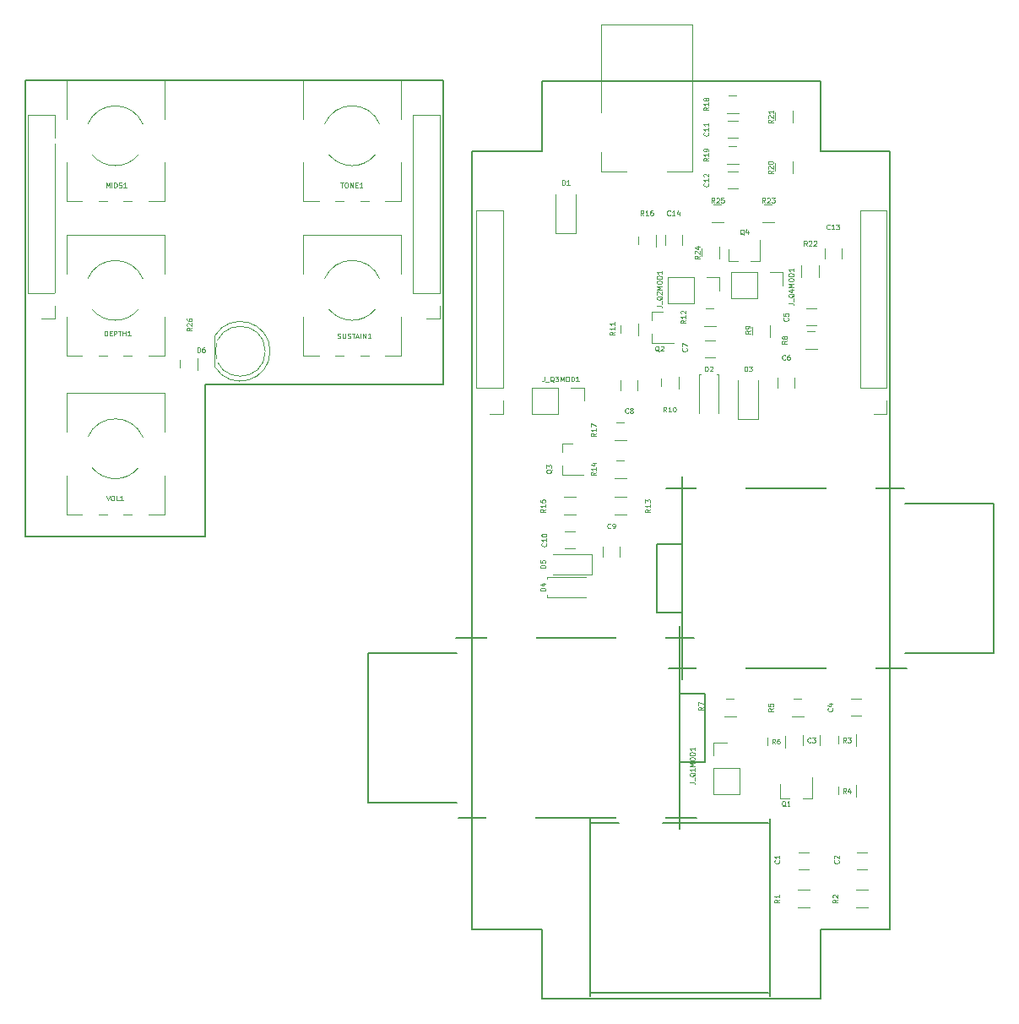
<source format=gbr>
G04 #@! TF.FileFunction,Legend,Top*
%FSLAX46Y46*%
G04 Gerber Fmt 4.6, Leading zero omitted, Abs format (unit mm)*
G04 Created by KiCad (PCBNEW 4.0.6) date Monday, 12 February 2018 'AMt' 00:03:10*
%MOMM*%
%LPD*%
G01*
G04 APERTURE LIST*
%ADD10C,0.100000*%
%ADD11C,0.150000*%
%ADD12C,0.120000*%
%ADD13C,0.050000*%
%ADD14C,2.200000*%
%ADD15C,3.400000*%
%ADD16O,5.400000X4.400000*%
%ADD17O,4.400000X3.900000*%
%ADD18R,2.100000X2.100000*%
%ADD19O,2.100000X2.100000*%
%ADD20R,1.900000X1.650000*%
%ADD21R,1.650000X1.900000*%
%ADD22R,1.600000X1.300000*%
%ADD23R,1.300000X1.600000*%
%ADD24R,2.200000X2.200000*%
%ADD25R,1.200000X1.300000*%
%ADD26R,1.300000X1.200000*%
%ADD27R,1.900000X1.700000*%
%ADD28R,1.700000X1.900000*%
%ADD29R,3.900000X3.900000*%
G04 APERTURE END LIST*
D10*
D11*
X80772000Y-105791000D02*
X38862000Y-105791000D01*
X80772000Y-136271000D02*
X80772000Y-105791000D01*
X56896000Y-136271000D02*
X56896000Y-151511000D01*
X56896000Y-136271000D02*
X80772000Y-136271000D01*
X38862000Y-151511000D02*
X38862000Y-105791000D01*
X56896000Y-151511000D02*
X38862000Y-151511000D01*
X125603000Y-190881000D02*
X125603000Y-112903000D01*
X90678000Y-197866000D02*
X118618000Y-197866000D01*
X90678000Y-190881000D02*
X83693000Y-190881000D01*
X83693000Y-112903000D02*
X83693000Y-190881000D01*
X118618000Y-105918000D02*
X90678000Y-105918000D01*
X90678000Y-112903000D02*
X83693000Y-112903000D01*
X90678000Y-105918000D02*
X90678000Y-112903000D01*
X118618000Y-112903000D02*
X125603000Y-112903000D01*
X118618000Y-105918000D02*
X118618000Y-112903000D01*
X118618000Y-190881000D02*
X118618000Y-197866000D01*
X125603000Y-190881000D02*
X118618000Y-190881000D01*
X90678000Y-190881000D02*
X90678000Y-197866000D01*
D12*
X45156568Y-141569018D02*
G75*
G02X50681000Y-141568000I2762432J-1171982D01*
G01*
X50216753Y-144669295D02*
G75*
G02X45621000Y-144669000I-2297753J1928295D01*
G01*
X43009000Y-149301000D02*
X43009000Y-145435000D01*
X43009000Y-141046000D02*
X43009000Y-137181000D01*
X52829000Y-149301000D02*
X52829000Y-145435000D01*
X52829000Y-141046000D02*
X52829000Y-137181000D01*
X43009000Y-149301000D02*
X44594000Y-149301000D01*
X46244000Y-149301000D02*
X47094000Y-149301000D01*
X48744000Y-149301000D02*
X49594000Y-149301000D01*
X51244000Y-149301000D02*
X52829000Y-149301000D01*
X43009000Y-137181000D02*
X52829000Y-137181000D01*
D11*
X102235000Y-155702000D02*
X102235000Y-159131000D01*
X102235000Y-159131000D02*
X104775000Y-159131000D01*
X102235000Y-155702000D02*
X102235000Y-152273000D01*
X102235000Y-152273000D02*
X104775000Y-152273000D01*
X125603000Y-165862000D02*
X125603000Y-145542000D01*
X104775000Y-165862000D02*
X104775000Y-145542000D01*
X127127000Y-163195000D02*
X136017000Y-163195000D01*
X136017000Y-163195000D02*
X136017000Y-148209000D01*
X136017000Y-148209000D02*
X127127000Y-148209000D01*
X103124000Y-146685000D02*
X127000000Y-146685000D01*
X103378000Y-164719000D02*
X127254000Y-164719000D01*
X95631000Y-180213000D02*
X112141000Y-180213000D01*
X112141000Y-180213000D02*
X113411000Y-180213000D01*
X113538000Y-179832000D02*
X113538000Y-197612000D01*
X113411000Y-197231000D02*
X95631000Y-197231000D01*
X95504000Y-197612000D02*
X95504000Y-179832000D01*
D12*
X68905568Y-125694018D02*
G75*
G02X74430000Y-125693000I2762432J-1171982D01*
G01*
X73965753Y-128794295D02*
G75*
G02X69370000Y-128794000I-2297753J1928295D01*
G01*
X66758000Y-133426000D02*
X66758000Y-129560000D01*
X66758000Y-125171000D02*
X66758000Y-121306000D01*
X76578000Y-133426000D02*
X76578000Y-129560000D01*
X76578000Y-125171000D02*
X76578000Y-121306000D01*
X66758000Y-133426000D02*
X68343000Y-133426000D01*
X69993000Y-133426000D02*
X70843000Y-133426000D01*
X72493000Y-133426000D02*
X73343000Y-133426000D01*
X74993000Y-133426000D02*
X76578000Y-133426000D01*
X66758000Y-121306000D02*
X76578000Y-121306000D01*
X68905568Y-110200018D02*
G75*
G02X74430000Y-110199000I2762432J-1171982D01*
G01*
X73965753Y-113300295D02*
G75*
G02X69370000Y-113300000I-2297753J1928295D01*
G01*
X66758000Y-117932000D02*
X66758000Y-114066000D01*
X66758000Y-109677000D02*
X66758000Y-105812000D01*
X76578000Y-117932000D02*
X76578000Y-114066000D01*
X76578000Y-109677000D02*
X76578000Y-105812000D01*
X66758000Y-117932000D02*
X68343000Y-117932000D01*
X69993000Y-117932000D02*
X70843000Y-117932000D01*
X72493000Y-117932000D02*
X73343000Y-117932000D01*
X74993000Y-117932000D02*
X76578000Y-117932000D01*
X66758000Y-105812000D02*
X76578000Y-105812000D01*
X41843000Y-109287000D02*
X39183000Y-109287000D01*
X41843000Y-127127000D02*
X41843000Y-109287000D01*
X39183000Y-127127000D02*
X39183000Y-109287000D01*
X41843000Y-127127000D02*
X39183000Y-127127000D01*
X41843000Y-128397000D02*
X41843000Y-129727000D01*
X41843000Y-129727000D02*
X40513000Y-129727000D01*
X125282000Y-118812000D02*
X122622000Y-118812000D01*
X125282000Y-136652000D02*
X125282000Y-118812000D01*
X122622000Y-136652000D02*
X122622000Y-118812000D01*
X125282000Y-136652000D02*
X122622000Y-136652000D01*
X125282000Y-137922000D02*
X125282000Y-139252000D01*
X125282000Y-139252000D02*
X123952000Y-139252000D01*
X86801000Y-118812000D02*
X84141000Y-118812000D01*
X86801000Y-136652000D02*
X86801000Y-118812000D01*
X84141000Y-136652000D02*
X84141000Y-118812000D01*
X86801000Y-136652000D02*
X84141000Y-136652000D01*
X86801000Y-137922000D02*
X86801000Y-139252000D01*
X86801000Y-139252000D02*
X85471000Y-139252000D01*
D11*
X107061000Y-170688000D02*
X107061000Y-167259000D01*
X107061000Y-167259000D02*
X104521000Y-167259000D01*
X107061000Y-170688000D02*
X107061000Y-174117000D01*
X107061000Y-174117000D02*
X104521000Y-174117000D01*
X83693000Y-160528000D02*
X83693000Y-180848000D01*
X104521000Y-160528000D02*
X104521000Y-180848000D01*
X82169000Y-163195000D02*
X73279000Y-163195000D01*
X73279000Y-163195000D02*
X73279000Y-178181000D01*
X73279000Y-178181000D02*
X82169000Y-178181000D01*
X106172000Y-179705000D02*
X82296000Y-179705000D01*
X105918000Y-161671000D02*
X82042000Y-161671000D01*
D12*
X116467000Y-184873000D02*
X117467000Y-184873000D01*
X117467000Y-183173000D02*
X116467000Y-183173000D01*
X122309000Y-184873000D02*
X123309000Y-184873000D01*
X123309000Y-183173000D02*
X122309000Y-183173000D01*
X118579000Y-172458000D02*
X118579000Y-171458000D01*
X116879000Y-171458000D02*
X116879000Y-172458000D01*
X121674000Y-169506000D02*
X122674000Y-169506000D01*
X122674000Y-167806000D02*
X121674000Y-167806000D01*
X118229000Y-128690000D02*
X117229000Y-128690000D01*
X117229000Y-130390000D02*
X118229000Y-130390000D01*
X114339000Y-135644000D02*
X114339000Y-136644000D01*
X116039000Y-136644000D02*
X116039000Y-135644000D01*
X107069000Y-133565000D02*
X108069000Y-133565000D01*
X108069000Y-131865000D02*
X107069000Y-131865000D01*
X100291000Y-136898000D02*
X100291000Y-135898000D01*
X98591000Y-135898000D02*
X98591000Y-136898000D01*
X96813000Y-152535000D02*
X96813000Y-153535000D01*
X98513000Y-153535000D02*
X98513000Y-152535000D01*
X93972000Y-151042000D02*
X92972000Y-151042000D01*
X92972000Y-152742000D02*
X93972000Y-152742000D01*
X110355000Y-109894000D02*
X109355000Y-109894000D01*
X109355000Y-111594000D02*
X110355000Y-111594000D01*
X109355000Y-116674000D02*
X110355000Y-116674000D01*
X110355000Y-114974000D02*
X109355000Y-114974000D01*
X120738000Y-123690000D02*
X120738000Y-122690000D01*
X119038000Y-122690000D02*
X119038000Y-123690000D01*
X104736000Y-122293000D02*
X104736000Y-121293000D01*
X103036000Y-121293000D02*
X103036000Y-122293000D01*
X92091000Y-121122000D02*
X94091000Y-121122000D01*
X94091000Y-121122000D02*
X94091000Y-117222000D01*
X92091000Y-121122000D02*
X92091000Y-117222000D01*
X108442000Y-135291000D02*
X106442000Y-135291000D01*
X106442000Y-135291000D02*
X106442000Y-139191000D01*
X108442000Y-135291000D02*
X108442000Y-139191000D01*
X110379000Y-139791000D02*
X112379000Y-139791000D01*
X112379000Y-139791000D02*
X112379000Y-135891000D01*
X110379000Y-139791000D02*
X110379000Y-135891000D01*
X91222000Y-155591000D02*
X91222000Y-157591000D01*
X91222000Y-157591000D02*
X95122000Y-157591000D01*
X91222000Y-155591000D02*
X95122000Y-155591000D01*
X95722000Y-155305000D02*
X95722000Y-153305000D01*
X95722000Y-153305000D02*
X91822000Y-153305000D01*
X95722000Y-155305000D02*
X91822000Y-155305000D01*
X63442000Y-132969462D02*
G75*
G03X57892000Y-131424170I-2990000J462D01*
G01*
X63442000Y-132968538D02*
G75*
G02X57892000Y-134513830I-2990000J-462D01*
G01*
X62952000Y-132969000D02*
G75*
G03X62952000Y-132969000I-2500000J0D01*
G01*
X57892000Y-131424000D02*
X57892000Y-134514000D01*
X45156568Y-125694018D02*
G75*
G02X50681000Y-125693000I2762432J-1171982D01*
G01*
X50216753Y-128794295D02*
G75*
G02X45621000Y-128794000I-2297753J1928295D01*
G01*
X43009000Y-133426000D02*
X43009000Y-129560000D01*
X43009000Y-125171000D02*
X43009000Y-121306000D01*
X52829000Y-133426000D02*
X52829000Y-129560000D01*
X52829000Y-125171000D02*
X52829000Y-121306000D01*
X43009000Y-133426000D02*
X44594000Y-133426000D01*
X46244000Y-133426000D02*
X47094000Y-133426000D01*
X48744000Y-133426000D02*
X49594000Y-133426000D01*
X51244000Y-133426000D02*
X52829000Y-133426000D01*
X43009000Y-121306000D02*
X52829000Y-121306000D01*
X80451000Y-109287000D02*
X77791000Y-109287000D01*
X80451000Y-127127000D02*
X80451000Y-109287000D01*
X77791000Y-127127000D02*
X77791000Y-109287000D01*
X80451000Y-127127000D02*
X77791000Y-127127000D01*
X80451000Y-128397000D02*
X80451000Y-129727000D01*
X80451000Y-129727000D02*
X79121000Y-129727000D01*
X45156568Y-110200018D02*
G75*
G02X50681000Y-110199000I2762432J-1171982D01*
G01*
X50216753Y-113300295D02*
G75*
G02X45621000Y-113300000I-2297753J1928295D01*
G01*
X43009000Y-117932000D02*
X43009000Y-114066000D01*
X43009000Y-109677000D02*
X43009000Y-105812000D01*
X52829000Y-117932000D02*
X52829000Y-114066000D01*
X52829000Y-109677000D02*
X52829000Y-105812000D01*
X43009000Y-117932000D02*
X44594000Y-117932000D01*
X46244000Y-117932000D02*
X47094000Y-117932000D01*
X48744000Y-117932000D02*
X49594000Y-117932000D01*
X51244000Y-117932000D02*
X52829000Y-117932000D01*
X43009000Y-105812000D02*
X52829000Y-105812000D01*
X114625000Y-177798000D02*
X115555000Y-177798000D01*
X117785000Y-177798000D02*
X116855000Y-177798000D01*
X117785000Y-177798000D02*
X117785000Y-175638000D01*
X114625000Y-177798000D02*
X114625000Y-176338000D01*
X101729000Y-128976000D02*
X101729000Y-129906000D01*
X101729000Y-132136000D02*
X101729000Y-131206000D01*
X101729000Y-132136000D02*
X103889000Y-132136000D01*
X101729000Y-128976000D02*
X103189000Y-128976000D01*
X92712000Y-142184000D02*
X92712000Y-143114000D01*
X92712000Y-145344000D02*
X92712000Y-144414000D01*
X92712000Y-145344000D02*
X94872000Y-145344000D01*
X92712000Y-142184000D02*
X94172000Y-142184000D01*
X109418000Y-123950000D02*
X110348000Y-123950000D01*
X112578000Y-123950000D02*
X111648000Y-123950000D01*
X112578000Y-123950000D02*
X112578000Y-121790000D01*
X109418000Y-123950000D02*
X109418000Y-122490000D01*
X116367000Y-186953000D02*
X117567000Y-186953000D01*
X117567000Y-188713000D02*
X116367000Y-188713000D01*
X122209000Y-186953000D02*
X123409000Y-186953000D01*
X123409000Y-188713000D02*
X122209000Y-188713000D01*
X120405000Y-172558000D02*
X120405000Y-171358000D01*
X122165000Y-171358000D02*
X122165000Y-172558000D01*
X122165000Y-176438000D02*
X122165000Y-177638000D01*
X120405000Y-177638000D02*
X120405000Y-176438000D01*
X115732000Y-167776000D02*
X116932000Y-167776000D01*
X116932000Y-169536000D02*
X115732000Y-169536000D01*
X113293000Y-172685000D02*
X113293000Y-171485000D01*
X115053000Y-171485000D02*
X115053000Y-172685000D01*
X109001000Y-167776000D02*
X110201000Y-167776000D01*
X110201000Y-169536000D02*
X109001000Y-169536000D01*
X117129000Y-130946000D02*
X118329000Y-130946000D01*
X118329000Y-132706000D02*
X117129000Y-132706000D01*
X113529000Y-130337000D02*
X113529000Y-131537000D01*
X111769000Y-131537000D02*
X111769000Y-130337000D01*
X104385000Y-135544000D02*
X104385000Y-136744000D01*
X102625000Y-136744000D02*
X102625000Y-135544000D01*
X98561000Y-131410000D02*
X98561000Y-130210000D01*
X100321000Y-130210000D02*
X100321000Y-131410000D01*
X108169000Y-130420000D02*
X106969000Y-130420000D01*
X106969000Y-128660000D02*
X108169000Y-128660000D01*
X97952000Y-147583000D02*
X99152000Y-147583000D01*
X99152000Y-149343000D02*
X97952000Y-149343000D01*
X99152000Y-145660000D02*
X97952000Y-145660000D01*
X97952000Y-143900000D02*
X99152000Y-143900000D01*
X94072000Y-149343000D02*
X92872000Y-149343000D01*
X92872000Y-147583000D02*
X94072000Y-147583000D01*
X102099000Y-121320000D02*
X102099000Y-122520000D01*
X100339000Y-122520000D02*
X100339000Y-121320000D01*
X99152000Y-141850000D02*
X97952000Y-141850000D01*
X97952000Y-140090000D02*
X99152000Y-140090000D01*
X110455000Y-109084000D02*
X109255000Y-109084000D01*
X109255000Y-107324000D02*
X110455000Y-107324000D01*
X109255000Y-112404000D02*
X110455000Y-112404000D01*
X110455000Y-114164000D02*
X109255000Y-114164000D01*
X114055000Y-115154000D02*
X114055000Y-113954000D01*
X115815000Y-113954000D02*
X115815000Y-115154000D01*
X115815000Y-108874000D02*
X115815000Y-110074000D01*
X114055000Y-110074000D02*
X114055000Y-108874000D01*
X118482000Y-124368000D02*
X118482000Y-125568000D01*
X116722000Y-125568000D02*
X116722000Y-124368000D01*
X114011000Y-120006000D02*
X112811000Y-120006000D01*
X112811000Y-118246000D02*
X114011000Y-118246000D01*
X108449000Y-122463000D02*
X108449000Y-123663000D01*
X106689000Y-123663000D02*
X106689000Y-122463000D01*
X107731000Y-118246000D02*
X108931000Y-118246000D01*
X108931000Y-120006000D02*
X107731000Y-120006000D01*
X54365000Y-134839000D02*
X54365000Y-133639000D01*
X56125000Y-133639000D02*
X56125000Y-134839000D01*
X96619000Y-109046000D02*
X96619000Y-100246000D01*
X96619000Y-100246000D02*
X105819000Y-100246000D01*
X99319000Y-114946000D02*
X96619000Y-114946000D01*
X96619000Y-114946000D02*
X96619000Y-113046000D01*
X105819000Y-100246000D02*
X105819000Y-114946000D01*
X105819000Y-114946000D02*
X103219000Y-114946000D01*
X107890000Y-177352000D02*
X110550000Y-177352000D01*
X107890000Y-174752000D02*
X107890000Y-177352000D01*
X110550000Y-174752000D02*
X110550000Y-177352000D01*
X107890000Y-174752000D02*
X110550000Y-174752000D01*
X107890000Y-173482000D02*
X107890000Y-172152000D01*
X107890000Y-172152000D02*
X109220000Y-172152000D01*
X103318000Y-125543000D02*
X103318000Y-128203000D01*
X105918000Y-125543000D02*
X103318000Y-125543000D01*
X105918000Y-128203000D02*
X103318000Y-128203000D01*
X105918000Y-125543000D02*
X105918000Y-128203000D01*
X107188000Y-125543000D02*
X108518000Y-125543000D01*
X108518000Y-125543000D02*
X108518000Y-126873000D01*
X89729000Y-136592000D02*
X89729000Y-139252000D01*
X92329000Y-136592000D02*
X89729000Y-136592000D01*
X92329000Y-139252000D02*
X89729000Y-139252000D01*
X92329000Y-136592000D02*
X92329000Y-139252000D01*
X93599000Y-136592000D02*
X94929000Y-136592000D01*
X94929000Y-136592000D02*
X94929000Y-137922000D01*
X109668000Y-125035000D02*
X109668000Y-127695000D01*
X112268000Y-125035000D02*
X109668000Y-125035000D01*
X112268000Y-127695000D02*
X109668000Y-127695000D01*
X112268000Y-125035000D02*
X112268000Y-127695000D01*
X113538000Y-125035000D02*
X114868000Y-125035000D01*
X114868000Y-125035000D02*
X114868000Y-126365000D01*
D13*
X47009953Y-147427190D02*
X47176620Y-147927190D01*
X47343286Y-147427190D01*
X47605191Y-147427190D02*
X47700429Y-147427190D01*
X47748048Y-147451000D01*
X47795667Y-147498619D01*
X47819476Y-147593857D01*
X47819476Y-147760524D01*
X47795667Y-147855762D01*
X47748048Y-147903381D01*
X47700429Y-147927190D01*
X47605191Y-147927190D01*
X47557572Y-147903381D01*
X47509953Y-147855762D01*
X47486143Y-147760524D01*
X47486143Y-147593857D01*
X47509953Y-147498619D01*
X47557572Y-147451000D01*
X47605191Y-147427190D01*
X48271858Y-147927190D02*
X48033763Y-147927190D01*
X48033763Y-147427190D01*
X48700429Y-147927190D02*
X48414715Y-147927190D01*
X48557572Y-147927190D02*
X48557572Y-147427190D01*
X48509953Y-147498619D01*
X48462334Y-147546238D01*
X48414715Y-147570048D01*
X70215334Y-131647381D02*
X70286763Y-131671190D01*
X70405810Y-131671190D01*
X70453429Y-131647381D01*
X70477239Y-131623571D01*
X70501048Y-131575952D01*
X70501048Y-131528333D01*
X70477239Y-131480714D01*
X70453429Y-131456905D01*
X70405810Y-131433095D01*
X70310572Y-131409286D01*
X70262953Y-131385476D01*
X70239144Y-131361667D01*
X70215334Y-131314048D01*
X70215334Y-131266429D01*
X70239144Y-131218810D01*
X70262953Y-131195000D01*
X70310572Y-131171190D01*
X70429620Y-131171190D01*
X70501048Y-131195000D01*
X70715334Y-131171190D02*
X70715334Y-131575952D01*
X70739143Y-131623571D01*
X70762953Y-131647381D01*
X70810572Y-131671190D01*
X70905810Y-131671190D01*
X70953429Y-131647381D01*
X70977238Y-131623571D01*
X71001048Y-131575952D01*
X71001048Y-131171190D01*
X71215334Y-131647381D02*
X71286763Y-131671190D01*
X71405810Y-131671190D01*
X71453429Y-131647381D01*
X71477239Y-131623571D01*
X71501048Y-131575952D01*
X71501048Y-131528333D01*
X71477239Y-131480714D01*
X71453429Y-131456905D01*
X71405810Y-131433095D01*
X71310572Y-131409286D01*
X71262953Y-131385476D01*
X71239144Y-131361667D01*
X71215334Y-131314048D01*
X71215334Y-131266429D01*
X71239144Y-131218810D01*
X71262953Y-131195000D01*
X71310572Y-131171190D01*
X71429620Y-131171190D01*
X71501048Y-131195000D01*
X71643905Y-131171190D02*
X71929619Y-131171190D01*
X71786762Y-131671190D02*
X71786762Y-131171190D01*
X72072476Y-131528333D02*
X72310571Y-131528333D01*
X72024857Y-131671190D02*
X72191524Y-131171190D01*
X72358190Y-131671190D01*
X72524857Y-131671190D02*
X72524857Y-131171190D01*
X72762952Y-131671190D02*
X72762952Y-131171190D01*
X73048666Y-131671190D01*
X73048666Y-131171190D01*
X73548666Y-131671190D02*
X73262952Y-131671190D01*
X73405809Y-131671190D02*
X73405809Y-131171190D01*
X73358190Y-131242619D01*
X73310571Y-131290238D01*
X73262952Y-131314048D01*
X70497048Y-116058190D02*
X70782762Y-116058190D01*
X70639905Y-116558190D02*
X70639905Y-116058190D01*
X71044667Y-116058190D02*
X71139905Y-116058190D01*
X71187524Y-116082000D01*
X71235143Y-116129619D01*
X71258952Y-116224857D01*
X71258952Y-116391524D01*
X71235143Y-116486762D01*
X71187524Y-116534381D01*
X71139905Y-116558190D01*
X71044667Y-116558190D01*
X70997048Y-116534381D01*
X70949429Y-116486762D01*
X70925619Y-116391524D01*
X70925619Y-116224857D01*
X70949429Y-116129619D01*
X70997048Y-116082000D01*
X71044667Y-116058190D01*
X71473239Y-116558190D02*
X71473239Y-116058190D01*
X71758953Y-116558190D01*
X71758953Y-116058190D01*
X71997049Y-116296286D02*
X72163715Y-116296286D01*
X72235144Y-116558190D02*
X71997049Y-116558190D01*
X71997049Y-116058190D01*
X72235144Y-116058190D01*
X72711334Y-116558190D02*
X72425620Y-116558190D01*
X72568477Y-116558190D02*
X72568477Y-116058190D01*
X72520858Y-116129619D01*
X72473239Y-116177238D01*
X72425620Y-116201048D01*
X114478571Y-183979333D02*
X114502381Y-184003143D01*
X114526190Y-184074571D01*
X114526190Y-184122190D01*
X114502381Y-184193619D01*
X114454762Y-184241238D01*
X114407143Y-184265047D01*
X114311905Y-184288857D01*
X114240476Y-184288857D01*
X114145238Y-184265047D01*
X114097619Y-184241238D01*
X114050000Y-184193619D01*
X114026190Y-184122190D01*
X114026190Y-184074571D01*
X114050000Y-184003143D01*
X114073810Y-183979333D01*
X114526190Y-183503143D02*
X114526190Y-183788857D01*
X114526190Y-183646000D02*
X114026190Y-183646000D01*
X114097619Y-183693619D01*
X114145238Y-183741238D01*
X114169048Y-183788857D01*
X120447571Y-183979333D02*
X120471381Y-184003143D01*
X120495190Y-184074571D01*
X120495190Y-184122190D01*
X120471381Y-184193619D01*
X120423762Y-184241238D01*
X120376143Y-184265047D01*
X120280905Y-184288857D01*
X120209476Y-184288857D01*
X120114238Y-184265047D01*
X120066619Y-184241238D01*
X120019000Y-184193619D01*
X119995190Y-184122190D01*
X119995190Y-184074571D01*
X120019000Y-184003143D01*
X120042810Y-183979333D01*
X120042810Y-183788857D02*
X120019000Y-183765047D01*
X119995190Y-183717428D01*
X119995190Y-183598381D01*
X120019000Y-183550762D01*
X120042810Y-183526952D01*
X120090429Y-183503143D01*
X120138048Y-183503143D01*
X120209476Y-183526952D01*
X120495190Y-183812666D01*
X120495190Y-183503143D01*
X117645667Y-172136571D02*
X117621857Y-172160381D01*
X117550429Y-172184190D01*
X117502810Y-172184190D01*
X117431381Y-172160381D01*
X117383762Y-172112762D01*
X117359953Y-172065143D01*
X117336143Y-171969905D01*
X117336143Y-171898476D01*
X117359953Y-171803238D01*
X117383762Y-171755619D01*
X117431381Y-171708000D01*
X117502810Y-171684190D01*
X117550429Y-171684190D01*
X117621857Y-171708000D01*
X117645667Y-171731810D01*
X117812334Y-171684190D02*
X118121857Y-171684190D01*
X117955191Y-171874667D01*
X118026619Y-171874667D01*
X118074238Y-171898476D01*
X118098048Y-171922286D01*
X118121857Y-171969905D01*
X118121857Y-172088952D01*
X118098048Y-172136571D01*
X118074238Y-172160381D01*
X118026619Y-172184190D01*
X117883762Y-172184190D01*
X117836143Y-172160381D01*
X117812334Y-172136571D01*
X119812571Y-168739333D02*
X119836381Y-168763143D01*
X119860190Y-168834571D01*
X119860190Y-168882190D01*
X119836381Y-168953619D01*
X119788762Y-169001238D01*
X119741143Y-169025047D01*
X119645905Y-169048857D01*
X119574476Y-169048857D01*
X119479238Y-169025047D01*
X119431619Y-169001238D01*
X119384000Y-168953619D01*
X119360190Y-168882190D01*
X119360190Y-168834571D01*
X119384000Y-168763143D01*
X119407810Y-168739333D01*
X119526857Y-168310762D02*
X119860190Y-168310762D01*
X119336381Y-168429809D02*
X119693524Y-168548857D01*
X119693524Y-168239333D01*
X115367571Y-129623333D02*
X115391381Y-129647143D01*
X115415190Y-129718571D01*
X115415190Y-129766190D01*
X115391381Y-129837619D01*
X115343762Y-129885238D01*
X115296143Y-129909047D01*
X115200905Y-129932857D01*
X115129476Y-129932857D01*
X115034238Y-129909047D01*
X114986619Y-129885238D01*
X114939000Y-129837619D01*
X114915190Y-129766190D01*
X114915190Y-129718571D01*
X114939000Y-129647143D01*
X114962810Y-129623333D01*
X114915190Y-129170952D02*
X114915190Y-129409047D01*
X115153286Y-129432857D01*
X115129476Y-129409047D01*
X115105667Y-129361428D01*
X115105667Y-129242381D01*
X115129476Y-129194762D01*
X115153286Y-129170952D01*
X115200905Y-129147143D01*
X115319952Y-129147143D01*
X115367571Y-129170952D01*
X115391381Y-129194762D01*
X115415190Y-129242381D01*
X115415190Y-129361428D01*
X115391381Y-129409047D01*
X115367571Y-129432857D01*
X115105667Y-133782571D02*
X115081857Y-133806381D01*
X115010429Y-133830190D01*
X114962810Y-133830190D01*
X114891381Y-133806381D01*
X114843762Y-133758762D01*
X114819953Y-133711143D01*
X114796143Y-133615905D01*
X114796143Y-133544476D01*
X114819953Y-133449238D01*
X114843762Y-133401619D01*
X114891381Y-133354000D01*
X114962810Y-133330190D01*
X115010429Y-133330190D01*
X115081857Y-133354000D01*
X115105667Y-133377810D01*
X115534238Y-133330190D02*
X115439000Y-133330190D01*
X115391381Y-133354000D01*
X115367572Y-133377810D01*
X115319953Y-133449238D01*
X115296143Y-133544476D01*
X115296143Y-133734952D01*
X115319953Y-133782571D01*
X115343762Y-133806381D01*
X115391381Y-133830190D01*
X115486619Y-133830190D01*
X115534238Y-133806381D01*
X115558048Y-133782571D01*
X115581857Y-133734952D01*
X115581857Y-133615905D01*
X115558048Y-133568286D01*
X115534238Y-133544476D01*
X115486619Y-133520667D01*
X115391381Y-133520667D01*
X115343762Y-133544476D01*
X115319953Y-133568286D01*
X115296143Y-133615905D01*
X105207571Y-132671333D02*
X105231381Y-132695143D01*
X105255190Y-132766571D01*
X105255190Y-132814190D01*
X105231381Y-132885619D01*
X105183762Y-132933238D01*
X105136143Y-132957047D01*
X105040905Y-132980857D01*
X104969476Y-132980857D01*
X104874238Y-132957047D01*
X104826619Y-132933238D01*
X104779000Y-132885619D01*
X104755190Y-132814190D01*
X104755190Y-132766571D01*
X104779000Y-132695143D01*
X104802810Y-132671333D01*
X104755190Y-132504666D02*
X104755190Y-132171333D01*
X105255190Y-132385619D01*
X99357667Y-139116571D02*
X99333857Y-139140381D01*
X99262429Y-139164190D01*
X99214810Y-139164190D01*
X99143381Y-139140381D01*
X99095762Y-139092762D01*
X99071953Y-139045143D01*
X99048143Y-138949905D01*
X99048143Y-138878476D01*
X99071953Y-138783238D01*
X99095762Y-138735619D01*
X99143381Y-138688000D01*
X99214810Y-138664190D01*
X99262429Y-138664190D01*
X99333857Y-138688000D01*
X99357667Y-138711810D01*
X99643381Y-138878476D02*
X99595762Y-138854667D01*
X99571953Y-138830857D01*
X99548143Y-138783238D01*
X99548143Y-138759429D01*
X99571953Y-138711810D01*
X99595762Y-138688000D01*
X99643381Y-138664190D01*
X99738619Y-138664190D01*
X99786238Y-138688000D01*
X99810048Y-138711810D01*
X99833857Y-138759429D01*
X99833857Y-138783238D01*
X99810048Y-138830857D01*
X99786238Y-138854667D01*
X99738619Y-138878476D01*
X99643381Y-138878476D01*
X99595762Y-138902286D01*
X99571953Y-138926095D01*
X99548143Y-138973714D01*
X99548143Y-139068952D01*
X99571953Y-139116571D01*
X99595762Y-139140381D01*
X99643381Y-139164190D01*
X99738619Y-139164190D01*
X99786238Y-139140381D01*
X99810048Y-139116571D01*
X99833857Y-139068952D01*
X99833857Y-138973714D01*
X99810048Y-138926095D01*
X99786238Y-138902286D01*
X99738619Y-138878476D01*
X97579667Y-150673571D02*
X97555857Y-150697381D01*
X97484429Y-150721190D01*
X97436810Y-150721190D01*
X97365381Y-150697381D01*
X97317762Y-150649762D01*
X97293953Y-150602143D01*
X97270143Y-150506905D01*
X97270143Y-150435476D01*
X97293953Y-150340238D01*
X97317762Y-150292619D01*
X97365381Y-150245000D01*
X97436810Y-150221190D01*
X97484429Y-150221190D01*
X97555857Y-150245000D01*
X97579667Y-150268810D01*
X97817762Y-150721190D02*
X97913000Y-150721190D01*
X97960619Y-150697381D01*
X97984429Y-150673571D01*
X98032048Y-150602143D01*
X98055857Y-150506905D01*
X98055857Y-150316429D01*
X98032048Y-150268810D01*
X98008238Y-150245000D01*
X97960619Y-150221190D01*
X97865381Y-150221190D01*
X97817762Y-150245000D01*
X97793953Y-150268810D01*
X97770143Y-150316429D01*
X97770143Y-150435476D01*
X97793953Y-150483095D01*
X97817762Y-150506905D01*
X97865381Y-150530714D01*
X97960619Y-150530714D01*
X98008238Y-150506905D01*
X98032048Y-150483095D01*
X98055857Y-150435476D01*
X91110571Y-152213428D02*
X91134381Y-152237238D01*
X91158190Y-152308666D01*
X91158190Y-152356285D01*
X91134381Y-152427714D01*
X91086762Y-152475333D01*
X91039143Y-152499142D01*
X90943905Y-152522952D01*
X90872476Y-152522952D01*
X90777238Y-152499142D01*
X90729619Y-152475333D01*
X90682000Y-152427714D01*
X90658190Y-152356285D01*
X90658190Y-152308666D01*
X90682000Y-152237238D01*
X90705810Y-152213428D01*
X91158190Y-151737238D02*
X91158190Y-152022952D01*
X91158190Y-151880095D02*
X90658190Y-151880095D01*
X90729619Y-151927714D01*
X90777238Y-151975333D01*
X90801048Y-152022952D01*
X90658190Y-151427714D02*
X90658190Y-151380095D01*
X90682000Y-151332476D01*
X90705810Y-151308667D01*
X90753429Y-151284857D01*
X90848667Y-151261048D01*
X90967714Y-151261048D01*
X91062952Y-151284857D01*
X91110571Y-151308667D01*
X91134381Y-151332476D01*
X91158190Y-151380095D01*
X91158190Y-151427714D01*
X91134381Y-151475333D01*
X91110571Y-151499143D01*
X91062952Y-151522952D01*
X90967714Y-151546762D01*
X90848667Y-151546762D01*
X90753429Y-151522952D01*
X90705810Y-151499143D01*
X90682000Y-151475333D01*
X90658190Y-151427714D01*
X107366571Y-111065428D02*
X107390381Y-111089238D01*
X107414190Y-111160666D01*
X107414190Y-111208285D01*
X107390381Y-111279714D01*
X107342762Y-111327333D01*
X107295143Y-111351142D01*
X107199905Y-111374952D01*
X107128476Y-111374952D01*
X107033238Y-111351142D01*
X106985619Y-111327333D01*
X106938000Y-111279714D01*
X106914190Y-111208285D01*
X106914190Y-111160666D01*
X106938000Y-111089238D01*
X106961810Y-111065428D01*
X107414190Y-110589238D02*
X107414190Y-110874952D01*
X107414190Y-110732095D02*
X106914190Y-110732095D01*
X106985619Y-110779714D01*
X107033238Y-110827333D01*
X107057048Y-110874952D01*
X107414190Y-110113048D02*
X107414190Y-110398762D01*
X107414190Y-110255905D02*
X106914190Y-110255905D01*
X106985619Y-110303524D01*
X107033238Y-110351143D01*
X107057048Y-110398762D01*
X107366571Y-116145428D02*
X107390381Y-116169238D01*
X107414190Y-116240666D01*
X107414190Y-116288285D01*
X107390381Y-116359714D01*
X107342762Y-116407333D01*
X107295143Y-116431142D01*
X107199905Y-116454952D01*
X107128476Y-116454952D01*
X107033238Y-116431142D01*
X106985619Y-116407333D01*
X106938000Y-116359714D01*
X106914190Y-116288285D01*
X106914190Y-116240666D01*
X106938000Y-116169238D01*
X106961810Y-116145428D01*
X107414190Y-115669238D02*
X107414190Y-115954952D01*
X107414190Y-115812095D02*
X106914190Y-115812095D01*
X106985619Y-115859714D01*
X107033238Y-115907333D01*
X107057048Y-115954952D01*
X106961810Y-115478762D02*
X106938000Y-115454952D01*
X106914190Y-115407333D01*
X106914190Y-115288286D01*
X106938000Y-115240667D01*
X106961810Y-115216857D01*
X107009429Y-115193048D01*
X107057048Y-115193048D01*
X107128476Y-115216857D01*
X107414190Y-115502571D01*
X107414190Y-115193048D01*
X119566572Y-120701571D02*
X119542762Y-120725381D01*
X119471334Y-120749190D01*
X119423715Y-120749190D01*
X119352286Y-120725381D01*
X119304667Y-120677762D01*
X119280858Y-120630143D01*
X119257048Y-120534905D01*
X119257048Y-120463476D01*
X119280858Y-120368238D01*
X119304667Y-120320619D01*
X119352286Y-120273000D01*
X119423715Y-120249190D01*
X119471334Y-120249190D01*
X119542762Y-120273000D01*
X119566572Y-120296810D01*
X120042762Y-120749190D02*
X119757048Y-120749190D01*
X119899905Y-120749190D02*
X119899905Y-120249190D01*
X119852286Y-120320619D01*
X119804667Y-120368238D01*
X119757048Y-120392048D01*
X120209429Y-120249190D02*
X120518952Y-120249190D01*
X120352286Y-120439667D01*
X120423714Y-120439667D01*
X120471333Y-120463476D01*
X120495143Y-120487286D01*
X120518952Y-120534905D01*
X120518952Y-120653952D01*
X120495143Y-120701571D01*
X120471333Y-120725381D01*
X120423714Y-120749190D01*
X120280857Y-120749190D01*
X120233238Y-120725381D01*
X120209429Y-120701571D01*
X103564572Y-119304571D02*
X103540762Y-119328381D01*
X103469334Y-119352190D01*
X103421715Y-119352190D01*
X103350286Y-119328381D01*
X103302667Y-119280762D01*
X103278858Y-119233143D01*
X103255048Y-119137905D01*
X103255048Y-119066476D01*
X103278858Y-118971238D01*
X103302667Y-118923619D01*
X103350286Y-118876000D01*
X103421715Y-118852190D01*
X103469334Y-118852190D01*
X103540762Y-118876000D01*
X103564572Y-118899810D01*
X104040762Y-119352190D02*
X103755048Y-119352190D01*
X103897905Y-119352190D02*
X103897905Y-118852190D01*
X103850286Y-118923619D01*
X103802667Y-118971238D01*
X103755048Y-118995048D01*
X104469333Y-119018857D02*
X104469333Y-119352190D01*
X104350286Y-118828381D02*
X104231238Y-119185524D01*
X104540762Y-119185524D01*
X92721953Y-116304190D02*
X92721953Y-115804190D01*
X92841000Y-115804190D01*
X92912429Y-115828000D01*
X92960048Y-115875619D01*
X92983857Y-115923238D01*
X93007667Y-116018476D01*
X93007667Y-116089905D01*
X92983857Y-116185143D01*
X92960048Y-116232762D01*
X92912429Y-116280381D01*
X92841000Y-116304190D01*
X92721953Y-116304190D01*
X93483857Y-116304190D02*
X93198143Y-116304190D01*
X93341000Y-116304190D02*
X93341000Y-115804190D01*
X93293381Y-115875619D01*
X93245762Y-115923238D01*
X93198143Y-115947048D01*
X107072953Y-134973190D02*
X107072953Y-134473190D01*
X107192000Y-134473190D01*
X107263429Y-134497000D01*
X107311048Y-134544619D01*
X107334857Y-134592238D01*
X107358667Y-134687476D01*
X107358667Y-134758905D01*
X107334857Y-134854143D01*
X107311048Y-134901762D01*
X107263429Y-134949381D01*
X107192000Y-134973190D01*
X107072953Y-134973190D01*
X107549143Y-134520810D02*
X107572953Y-134497000D01*
X107620572Y-134473190D01*
X107739619Y-134473190D01*
X107787238Y-134497000D01*
X107811048Y-134520810D01*
X107834857Y-134568429D01*
X107834857Y-134616048D01*
X107811048Y-134687476D01*
X107525334Y-134973190D01*
X107834857Y-134973190D01*
X111009953Y-134973190D02*
X111009953Y-134473190D01*
X111129000Y-134473190D01*
X111200429Y-134497000D01*
X111248048Y-134544619D01*
X111271857Y-134592238D01*
X111295667Y-134687476D01*
X111295667Y-134758905D01*
X111271857Y-134854143D01*
X111248048Y-134901762D01*
X111200429Y-134949381D01*
X111129000Y-134973190D01*
X111009953Y-134973190D01*
X111462334Y-134473190D02*
X111771857Y-134473190D01*
X111605191Y-134663667D01*
X111676619Y-134663667D01*
X111724238Y-134687476D01*
X111748048Y-134711286D01*
X111771857Y-134758905D01*
X111771857Y-134877952D01*
X111748048Y-134925571D01*
X111724238Y-134949381D01*
X111676619Y-134973190D01*
X111533762Y-134973190D01*
X111486143Y-134949381D01*
X111462334Y-134925571D01*
X91031190Y-156960047D02*
X90531190Y-156960047D01*
X90531190Y-156841000D01*
X90555000Y-156769571D01*
X90602619Y-156721952D01*
X90650238Y-156698143D01*
X90745476Y-156674333D01*
X90816905Y-156674333D01*
X90912143Y-156698143D01*
X90959762Y-156721952D01*
X91007381Y-156769571D01*
X91031190Y-156841000D01*
X91031190Y-156960047D01*
X90697857Y-156245762D02*
X91031190Y-156245762D01*
X90507381Y-156364809D02*
X90864524Y-156483857D01*
X90864524Y-156174333D01*
X91031190Y-154674047D02*
X90531190Y-154674047D01*
X90531190Y-154555000D01*
X90555000Y-154483571D01*
X90602619Y-154435952D01*
X90650238Y-154412143D01*
X90745476Y-154388333D01*
X90816905Y-154388333D01*
X90912143Y-154412143D01*
X90959762Y-154435952D01*
X91007381Y-154483571D01*
X91031190Y-154555000D01*
X91031190Y-154674047D01*
X90531190Y-153935952D02*
X90531190Y-154174047D01*
X90769286Y-154197857D01*
X90745476Y-154174047D01*
X90721667Y-154126428D01*
X90721667Y-154007381D01*
X90745476Y-153959762D01*
X90769286Y-153935952D01*
X90816905Y-153912143D01*
X90935952Y-153912143D01*
X90983571Y-153935952D01*
X91007381Y-153959762D01*
X91031190Y-154007381D01*
X91031190Y-154126428D01*
X91007381Y-154174047D01*
X90983571Y-154197857D01*
X56145953Y-133068190D02*
X56145953Y-132568190D01*
X56265000Y-132568190D01*
X56336429Y-132592000D01*
X56384048Y-132639619D01*
X56407857Y-132687238D01*
X56431667Y-132782476D01*
X56431667Y-132853905D01*
X56407857Y-132949143D01*
X56384048Y-132996762D01*
X56336429Y-133044381D01*
X56265000Y-133068190D01*
X56145953Y-133068190D01*
X56860238Y-132568190D02*
X56765000Y-132568190D01*
X56717381Y-132592000D01*
X56693572Y-132615810D01*
X56645953Y-132687238D01*
X56622143Y-132782476D01*
X56622143Y-132972952D01*
X56645953Y-133020571D01*
X56669762Y-133044381D01*
X56717381Y-133068190D01*
X56812619Y-133068190D01*
X56860238Y-133044381D01*
X56884048Y-133020571D01*
X56907857Y-132972952D01*
X56907857Y-132853905D01*
X56884048Y-132806286D01*
X56860238Y-132782476D01*
X56812619Y-132758667D01*
X56717381Y-132758667D01*
X56669762Y-132782476D01*
X56645953Y-132806286D01*
X56622143Y-132853905D01*
X46835382Y-131417190D02*
X46835382Y-130917190D01*
X46954429Y-130917190D01*
X47025858Y-130941000D01*
X47073477Y-130988619D01*
X47097286Y-131036238D01*
X47121096Y-131131476D01*
X47121096Y-131202905D01*
X47097286Y-131298143D01*
X47073477Y-131345762D01*
X47025858Y-131393381D01*
X46954429Y-131417190D01*
X46835382Y-131417190D01*
X47335382Y-131155286D02*
X47502048Y-131155286D01*
X47573477Y-131417190D02*
X47335382Y-131417190D01*
X47335382Y-130917190D01*
X47573477Y-130917190D01*
X47787763Y-131417190D02*
X47787763Y-130917190D01*
X47978239Y-130917190D01*
X48025858Y-130941000D01*
X48049667Y-130964810D01*
X48073477Y-131012429D01*
X48073477Y-131083857D01*
X48049667Y-131131476D01*
X48025858Y-131155286D01*
X47978239Y-131179095D01*
X47787763Y-131179095D01*
X48216334Y-130917190D02*
X48502048Y-130917190D01*
X48359191Y-131417190D02*
X48359191Y-130917190D01*
X48668715Y-131417190D02*
X48668715Y-130917190D01*
X48668715Y-131155286D02*
X48954429Y-131155286D01*
X48954429Y-131417190D02*
X48954429Y-130917190D01*
X49454429Y-131417190D02*
X49168715Y-131417190D01*
X49311572Y-131417190D02*
X49311572Y-130917190D01*
X49263953Y-130988619D01*
X49216334Y-131036238D01*
X49168715Y-131060048D01*
X46994096Y-116558190D02*
X46994096Y-116058190D01*
X47160762Y-116415333D01*
X47327429Y-116058190D01*
X47327429Y-116558190D01*
X47565525Y-116558190D02*
X47565525Y-116058190D01*
X47803620Y-116558190D02*
X47803620Y-116058190D01*
X47922667Y-116058190D01*
X47994096Y-116082000D01*
X48041715Y-116129619D01*
X48065524Y-116177238D01*
X48089334Y-116272476D01*
X48089334Y-116343905D01*
X48065524Y-116439143D01*
X48041715Y-116486762D01*
X47994096Y-116534381D01*
X47922667Y-116558190D01*
X47803620Y-116558190D01*
X48279810Y-116534381D02*
X48351239Y-116558190D01*
X48470286Y-116558190D01*
X48517905Y-116534381D01*
X48541715Y-116510571D01*
X48565524Y-116462952D01*
X48565524Y-116415333D01*
X48541715Y-116367714D01*
X48517905Y-116343905D01*
X48470286Y-116320095D01*
X48375048Y-116296286D01*
X48327429Y-116272476D01*
X48303620Y-116248667D01*
X48279810Y-116201048D01*
X48279810Y-116153429D01*
X48303620Y-116105810D01*
X48327429Y-116082000D01*
X48375048Y-116058190D01*
X48494096Y-116058190D01*
X48565524Y-116082000D01*
X49041714Y-116558190D02*
X48756000Y-116558190D01*
X48898857Y-116558190D02*
X48898857Y-116058190D01*
X48851238Y-116129619D01*
X48803619Y-116177238D01*
X48756000Y-116201048D01*
X115141381Y-178581810D02*
X115093762Y-178558000D01*
X115046143Y-178510381D01*
X114974714Y-178438952D01*
X114927095Y-178415143D01*
X114879476Y-178415143D01*
X114903286Y-178534190D02*
X114855667Y-178510381D01*
X114808048Y-178462762D01*
X114784238Y-178367524D01*
X114784238Y-178200857D01*
X114808048Y-178105619D01*
X114855667Y-178058000D01*
X114903286Y-178034190D01*
X114998524Y-178034190D01*
X115046143Y-178058000D01*
X115093762Y-178105619D01*
X115117571Y-178200857D01*
X115117571Y-178367524D01*
X115093762Y-178462762D01*
X115046143Y-178510381D01*
X114998524Y-178534190D01*
X114903286Y-178534190D01*
X115593762Y-178534190D02*
X115308048Y-178534190D01*
X115450905Y-178534190D02*
X115450905Y-178034190D01*
X115403286Y-178105619D01*
X115355667Y-178153238D01*
X115308048Y-178177048D01*
X102441381Y-132988810D02*
X102393762Y-132965000D01*
X102346143Y-132917381D01*
X102274714Y-132845952D01*
X102227095Y-132822143D01*
X102179476Y-132822143D01*
X102203286Y-132941190D02*
X102155667Y-132917381D01*
X102108048Y-132869762D01*
X102084238Y-132774524D01*
X102084238Y-132607857D01*
X102108048Y-132512619D01*
X102155667Y-132465000D01*
X102203286Y-132441190D01*
X102298524Y-132441190D01*
X102346143Y-132465000D01*
X102393762Y-132512619D01*
X102417571Y-132607857D01*
X102417571Y-132774524D01*
X102393762Y-132869762D01*
X102346143Y-132917381D01*
X102298524Y-132941190D01*
X102203286Y-132941190D01*
X102608048Y-132488810D02*
X102631858Y-132465000D01*
X102679477Y-132441190D01*
X102798524Y-132441190D01*
X102846143Y-132465000D01*
X102869953Y-132488810D01*
X102893762Y-132536429D01*
X102893762Y-132584048D01*
X102869953Y-132655476D01*
X102584239Y-132941190D01*
X102893762Y-132941190D01*
X91713810Y-144827619D02*
X91690000Y-144875238D01*
X91642381Y-144922857D01*
X91570952Y-144994286D01*
X91547143Y-145041905D01*
X91547143Y-145089524D01*
X91666190Y-145065714D02*
X91642381Y-145113333D01*
X91594762Y-145160952D01*
X91499524Y-145184762D01*
X91332857Y-145184762D01*
X91237619Y-145160952D01*
X91190000Y-145113333D01*
X91166190Y-145065714D01*
X91166190Y-144970476D01*
X91190000Y-144922857D01*
X91237619Y-144875238D01*
X91332857Y-144851429D01*
X91499524Y-144851429D01*
X91594762Y-144875238D01*
X91642381Y-144922857D01*
X91666190Y-144970476D01*
X91666190Y-145065714D01*
X91166190Y-144684761D02*
X91166190Y-144375238D01*
X91356667Y-144541904D01*
X91356667Y-144470476D01*
X91380476Y-144422857D01*
X91404286Y-144399047D01*
X91451905Y-144375238D01*
X91570952Y-144375238D01*
X91618571Y-144399047D01*
X91642381Y-144422857D01*
X91666190Y-144470476D01*
X91666190Y-144613333D01*
X91642381Y-144660952D01*
X91618571Y-144684761D01*
X110950381Y-121304810D02*
X110902762Y-121281000D01*
X110855143Y-121233381D01*
X110783714Y-121161952D01*
X110736095Y-121138143D01*
X110688476Y-121138143D01*
X110712286Y-121257190D02*
X110664667Y-121233381D01*
X110617048Y-121185762D01*
X110593238Y-121090524D01*
X110593238Y-120923857D01*
X110617048Y-120828619D01*
X110664667Y-120781000D01*
X110712286Y-120757190D01*
X110807524Y-120757190D01*
X110855143Y-120781000D01*
X110902762Y-120828619D01*
X110926571Y-120923857D01*
X110926571Y-121090524D01*
X110902762Y-121185762D01*
X110855143Y-121233381D01*
X110807524Y-121257190D01*
X110712286Y-121257190D01*
X111355143Y-120923857D02*
X111355143Y-121257190D01*
X111236096Y-120733381D02*
X111117048Y-121090524D01*
X111426572Y-121090524D01*
X114526190Y-187916333D02*
X114288095Y-188083000D01*
X114526190Y-188202047D02*
X114026190Y-188202047D01*
X114026190Y-188011571D01*
X114050000Y-187963952D01*
X114073810Y-187940143D01*
X114121429Y-187916333D01*
X114192857Y-187916333D01*
X114240476Y-187940143D01*
X114264286Y-187963952D01*
X114288095Y-188011571D01*
X114288095Y-188202047D01*
X114526190Y-187440143D02*
X114526190Y-187725857D01*
X114526190Y-187583000D02*
X114026190Y-187583000D01*
X114097619Y-187630619D01*
X114145238Y-187678238D01*
X114169048Y-187725857D01*
X120368190Y-187916333D02*
X120130095Y-188083000D01*
X120368190Y-188202047D02*
X119868190Y-188202047D01*
X119868190Y-188011571D01*
X119892000Y-187963952D01*
X119915810Y-187940143D01*
X119963429Y-187916333D01*
X120034857Y-187916333D01*
X120082476Y-187940143D01*
X120106286Y-187963952D01*
X120130095Y-188011571D01*
X120130095Y-188202047D01*
X119915810Y-187725857D02*
X119892000Y-187702047D01*
X119868190Y-187654428D01*
X119868190Y-187535381D01*
X119892000Y-187487762D01*
X119915810Y-187463952D01*
X119963429Y-187440143D01*
X120011048Y-187440143D01*
X120082476Y-187463952D01*
X120368190Y-187749666D01*
X120368190Y-187440143D01*
X121201667Y-172184190D02*
X121035000Y-171946095D01*
X120915953Y-172184190D02*
X120915953Y-171684190D01*
X121106429Y-171684190D01*
X121154048Y-171708000D01*
X121177857Y-171731810D01*
X121201667Y-171779429D01*
X121201667Y-171850857D01*
X121177857Y-171898476D01*
X121154048Y-171922286D01*
X121106429Y-171946095D01*
X120915953Y-171946095D01*
X121368334Y-171684190D02*
X121677857Y-171684190D01*
X121511191Y-171874667D01*
X121582619Y-171874667D01*
X121630238Y-171898476D01*
X121654048Y-171922286D01*
X121677857Y-171969905D01*
X121677857Y-172088952D01*
X121654048Y-172136571D01*
X121630238Y-172160381D01*
X121582619Y-172184190D01*
X121439762Y-172184190D01*
X121392143Y-172160381D01*
X121368334Y-172136571D01*
X121201667Y-177264190D02*
X121035000Y-177026095D01*
X120915953Y-177264190D02*
X120915953Y-176764190D01*
X121106429Y-176764190D01*
X121154048Y-176788000D01*
X121177857Y-176811810D01*
X121201667Y-176859429D01*
X121201667Y-176930857D01*
X121177857Y-176978476D01*
X121154048Y-177002286D01*
X121106429Y-177026095D01*
X120915953Y-177026095D01*
X121630238Y-176930857D02*
X121630238Y-177264190D01*
X121511191Y-176740381D02*
X121392143Y-177097524D01*
X121701667Y-177097524D01*
X113891190Y-168739333D02*
X113653095Y-168906000D01*
X113891190Y-169025047D02*
X113391190Y-169025047D01*
X113391190Y-168834571D01*
X113415000Y-168786952D01*
X113438810Y-168763143D01*
X113486429Y-168739333D01*
X113557857Y-168739333D01*
X113605476Y-168763143D01*
X113629286Y-168786952D01*
X113653095Y-168834571D01*
X113653095Y-169025047D01*
X113391190Y-168286952D02*
X113391190Y-168525047D01*
X113629286Y-168548857D01*
X113605476Y-168525047D01*
X113581667Y-168477428D01*
X113581667Y-168358381D01*
X113605476Y-168310762D01*
X113629286Y-168286952D01*
X113676905Y-168263143D01*
X113795952Y-168263143D01*
X113843571Y-168286952D01*
X113867381Y-168310762D01*
X113891190Y-168358381D01*
X113891190Y-168477428D01*
X113867381Y-168525047D01*
X113843571Y-168548857D01*
X114089667Y-172311190D02*
X113923000Y-172073095D01*
X113803953Y-172311190D02*
X113803953Y-171811190D01*
X113994429Y-171811190D01*
X114042048Y-171835000D01*
X114065857Y-171858810D01*
X114089667Y-171906429D01*
X114089667Y-171977857D01*
X114065857Y-172025476D01*
X114042048Y-172049286D01*
X113994429Y-172073095D01*
X113803953Y-172073095D01*
X114518238Y-171811190D02*
X114423000Y-171811190D01*
X114375381Y-171835000D01*
X114351572Y-171858810D01*
X114303953Y-171930238D01*
X114280143Y-172025476D01*
X114280143Y-172215952D01*
X114303953Y-172263571D01*
X114327762Y-172287381D01*
X114375381Y-172311190D01*
X114470619Y-172311190D01*
X114518238Y-172287381D01*
X114542048Y-172263571D01*
X114565857Y-172215952D01*
X114565857Y-172096905D01*
X114542048Y-172049286D01*
X114518238Y-172025476D01*
X114470619Y-172001667D01*
X114375381Y-172001667D01*
X114327762Y-172025476D01*
X114303953Y-172049286D01*
X114280143Y-172096905D01*
X106906190Y-168612333D02*
X106668095Y-168779000D01*
X106906190Y-168898047D02*
X106406190Y-168898047D01*
X106406190Y-168707571D01*
X106430000Y-168659952D01*
X106453810Y-168636143D01*
X106501429Y-168612333D01*
X106572857Y-168612333D01*
X106620476Y-168636143D01*
X106644286Y-168659952D01*
X106668095Y-168707571D01*
X106668095Y-168898047D01*
X106406190Y-168445666D02*
X106406190Y-168112333D01*
X106906190Y-168326619D01*
X115288190Y-131909333D02*
X115050095Y-132076000D01*
X115288190Y-132195047D02*
X114788190Y-132195047D01*
X114788190Y-132004571D01*
X114812000Y-131956952D01*
X114835810Y-131933143D01*
X114883429Y-131909333D01*
X114954857Y-131909333D01*
X115002476Y-131933143D01*
X115026286Y-131956952D01*
X115050095Y-132004571D01*
X115050095Y-132195047D01*
X115002476Y-131623619D02*
X114978667Y-131671238D01*
X114954857Y-131695047D01*
X114907238Y-131718857D01*
X114883429Y-131718857D01*
X114835810Y-131695047D01*
X114812000Y-131671238D01*
X114788190Y-131623619D01*
X114788190Y-131528381D01*
X114812000Y-131480762D01*
X114835810Y-131456952D01*
X114883429Y-131433143D01*
X114907238Y-131433143D01*
X114954857Y-131456952D01*
X114978667Y-131480762D01*
X115002476Y-131528381D01*
X115002476Y-131623619D01*
X115026286Y-131671238D01*
X115050095Y-131695047D01*
X115097714Y-131718857D01*
X115192952Y-131718857D01*
X115240571Y-131695047D01*
X115264381Y-131671238D01*
X115288190Y-131623619D01*
X115288190Y-131528381D01*
X115264381Y-131480762D01*
X115240571Y-131456952D01*
X115192952Y-131433143D01*
X115097714Y-131433143D01*
X115050095Y-131456952D01*
X115026286Y-131480762D01*
X115002476Y-131528381D01*
X111605190Y-130893333D02*
X111367095Y-131060000D01*
X111605190Y-131179047D02*
X111105190Y-131179047D01*
X111105190Y-130988571D01*
X111129000Y-130940952D01*
X111152810Y-130917143D01*
X111200429Y-130893333D01*
X111271857Y-130893333D01*
X111319476Y-130917143D01*
X111343286Y-130940952D01*
X111367095Y-130988571D01*
X111367095Y-131179047D01*
X111605190Y-130655238D02*
X111605190Y-130560000D01*
X111581381Y-130512381D01*
X111557571Y-130488571D01*
X111486143Y-130440952D01*
X111390905Y-130417143D01*
X111200429Y-130417143D01*
X111152810Y-130440952D01*
X111129000Y-130464762D01*
X111105190Y-130512381D01*
X111105190Y-130607619D01*
X111129000Y-130655238D01*
X111152810Y-130679047D01*
X111200429Y-130702857D01*
X111319476Y-130702857D01*
X111367095Y-130679047D01*
X111390905Y-130655238D01*
X111414714Y-130607619D01*
X111414714Y-130512381D01*
X111390905Y-130464762D01*
X111367095Y-130440952D01*
X111319476Y-130417143D01*
X103183572Y-139037190D02*
X103016905Y-138799095D01*
X102897858Y-139037190D02*
X102897858Y-138537190D01*
X103088334Y-138537190D01*
X103135953Y-138561000D01*
X103159762Y-138584810D01*
X103183572Y-138632429D01*
X103183572Y-138703857D01*
X103159762Y-138751476D01*
X103135953Y-138775286D01*
X103088334Y-138799095D01*
X102897858Y-138799095D01*
X103659762Y-139037190D02*
X103374048Y-139037190D01*
X103516905Y-139037190D02*
X103516905Y-138537190D01*
X103469286Y-138608619D01*
X103421667Y-138656238D01*
X103374048Y-138680048D01*
X103969286Y-138537190D02*
X104016905Y-138537190D01*
X104064524Y-138561000D01*
X104088333Y-138584810D01*
X104112143Y-138632429D01*
X104135952Y-138727667D01*
X104135952Y-138846714D01*
X104112143Y-138941952D01*
X104088333Y-138989571D01*
X104064524Y-139013381D01*
X104016905Y-139037190D01*
X103969286Y-139037190D01*
X103921667Y-139013381D01*
X103897857Y-138989571D01*
X103874048Y-138941952D01*
X103850238Y-138846714D01*
X103850238Y-138727667D01*
X103874048Y-138632429D01*
X103897857Y-138584810D01*
X103921667Y-138561000D01*
X103969286Y-138537190D01*
X98016190Y-131004428D02*
X97778095Y-131171095D01*
X98016190Y-131290142D02*
X97516190Y-131290142D01*
X97516190Y-131099666D01*
X97540000Y-131052047D01*
X97563810Y-131028238D01*
X97611429Y-131004428D01*
X97682857Y-131004428D01*
X97730476Y-131028238D01*
X97754286Y-131052047D01*
X97778095Y-131099666D01*
X97778095Y-131290142D01*
X98016190Y-130528238D02*
X98016190Y-130813952D01*
X98016190Y-130671095D02*
X97516190Y-130671095D01*
X97587619Y-130718714D01*
X97635238Y-130766333D01*
X97659048Y-130813952D01*
X98016190Y-130052048D02*
X98016190Y-130337762D01*
X98016190Y-130194905D02*
X97516190Y-130194905D01*
X97587619Y-130242524D01*
X97635238Y-130290143D01*
X97659048Y-130337762D01*
X105128190Y-129861428D02*
X104890095Y-130028095D01*
X105128190Y-130147142D02*
X104628190Y-130147142D01*
X104628190Y-129956666D01*
X104652000Y-129909047D01*
X104675810Y-129885238D01*
X104723429Y-129861428D01*
X104794857Y-129861428D01*
X104842476Y-129885238D01*
X104866286Y-129909047D01*
X104890095Y-129956666D01*
X104890095Y-130147142D01*
X105128190Y-129385238D02*
X105128190Y-129670952D01*
X105128190Y-129528095D02*
X104628190Y-129528095D01*
X104699619Y-129575714D01*
X104747238Y-129623333D01*
X104771048Y-129670952D01*
X104675810Y-129194762D02*
X104652000Y-129170952D01*
X104628190Y-129123333D01*
X104628190Y-129004286D01*
X104652000Y-128956667D01*
X104675810Y-128932857D01*
X104723429Y-128909048D01*
X104771048Y-128909048D01*
X104842476Y-128932857D01*
X105128190Y-129218571D01*
X105128190Y-128909048D01*
X101572190Y-148784428D02*
X101334095Y-148951095D01*
X101572190Y-149070142D02*
X101072190Y-149070142D01*
X101072190Y-148879666D01*
X101096000Y-148832047D01*
X101119810Y-148808238D01*
X101167429Y-148784428D01*
X101238857Y-148784428D01*
X101286476Y-148808238D01*
X101310286Y-148832047D01*
X101334095Y-148879666D01*
X101334095Y-149070142D01*
X101572190Y-148308238D02*
X101572190Y-148593952D01*
X101572190Y-148451095D02*
X101072190Y-148451095D01*
X101143619Y-148498714D01*
X101191238Y-148546333D01*
X101215048Y-148593952D01*
X101072190Y-148141571D02*
X101072190Y-147832048D01*
X101262667Y-147998714D01*
X101262667Y-147927286D01*
X101286476Y-147879667D01*
X101310286Y-147855857D01*
X101357905Y-147832048D01*
X101476952Y-147832048D01*
X101524571Y-147855857D01*
X101548381Y-147879667D01*
X101572190Y-147927286D01*
X101572190Y-148070143D01*
X101548381Y-148117762D01*
X101524571Y-148141571D01*
X96111190Y-145101428D02*
X95873095Y-145268095D01*
X96111190Y-145387142D02*
X95611190Y-145387142D01*
X95611190Y-145196666D01*
X95635000Y-145149047D01*
X95658810Y-145125238D01*
X95706429Y-145101428D01*
X95777857Y-145101428D01*
X95825476Y-145125238D01*
X95849286Y-145149047D01*
X95873095Y-145196666D01*
X95873095Y-145387142D01*
X96111190Y-144625238D02*
X96111190Y-144910952D01*
X96111190Y-144768095D02*
X95611190Y-144768095D01*
X95682619Y-144815714D01*
X95730238Y-144863333D01*
X95754048Y-144910952D01*
X95777857Y-144196667D02*
X96111190Y-144196667D01*
X95587381Y-144315714D02*
X95944524Y-144434762D01*
X95944524Y-144125238D01*
X91031190Y-148784428D02*
X90793095Y-148951095D01*
X91031190Y-149070142D02*
X90531190Y-149070142D01*
X90531190Y-148879666D01*
X90555000Y-148832047D01*
X90578810Y-148808238D01*
X90626429Y-148784428D01*
X90697857Y-148784428D01*
X90745476Y-148808238D01*
X90769286Y-148832047D01*
X90793095Y-148879666D01*
X90793095Y-149070142D01*
X91031190Y-148308238D02*
X91031190Y-148593952D01*
X91031190Y-148451095D02*
X90531190Y-148451095D01*
X90602619Y-148498714D01*
X90650238Y-148546333D01*
X90674048Y-148593952D01*
X90531190Y-147855857D02*
X90531190Y-148093952D01*
X90769286Y-148117762D01*
X90745476Y-148093952D01*
X90721667Y-148046333D01*
X90721667Y-147927286D01*
X90745476Y-147879667D01*
X90769286Y-147855857D01*
X90816905Y-147832048D01*
X90935952Y-147832048D01*
X90983571Y-147855857D01*
X91007381Y-147879667D01*
X91031190Y-147927286D01*
X91031190Y-148046333D01*
X91007381Y-148093952D01*
X90983571Y-148117762D01*
X100897572Y-119352190D02*
X100730905Y-119114095D01*
X100611858Y-119352190D02*
X100611858Y-118852190D01*
X100802334Y-118852190D01*
X100849953Y-118876000D01*
X100873762Y-118899810D01*
X100897572Y-118947429D01*
X100897572Y-119018857D01*
X100873762Y-119066476D01*
X100849953Y-119090286D01*
X100802334Y-119114095D01*
X100611858Y-119114095D01*
X101373762Y-119352190D02*
X101088048Y-119352190D01*
X101230905Y-119352190D02*
X101230905Y-118852190D01*
X101183286Y-118923619D01*
X101135667Y-118971238D01*
X101088048Y-118995048D01*
X101802333Y-118852190D02*
X101707095Y-118852190D01*
X101659476Y-118876000D01*
X101635667Y-118899810D01*
X101588048Y-118971238D01*
X101564238Y-119066476D01*
X101564238Y-119256952D01*
X101588048Y-119304571D01*
X101611857Y-119328381D01*
X101659476Y-119352190D01*
X101754714Y-119352190D01*
X101802333Y-119328381D01*
X101826143Y-119304571D01*
X101849952Y-119256952D01*
X101849952Y-119137905D01*
X101826143Y-119090286D01*
X101802333Y-119066476D01*
X101754714Y-119042667D01*
X101659476Y-119042667D01*
X101611857Y-119066476D01*
X101588048Y-119090286D01*
X101564238Y-119137905D01*
X96111190Y-141164428D02*
X95873095Y-141331095D01*
X96111190Y-141450142D02*
X95611190Y-141450142D01*
X95611190Y-141259666D01*
X95635000Y-141212047D01*
X95658810Y-141188238D01*
X95706429Y-141164428D01*
X95777857Y-141164428D01*
X95825476Y-141188238D01*
X95849286Y-141212047D01*
X95873095Y-141259666D01*
X95873095Y-141450142D01*
X96111190Y-140688238D02*
X96111190Y-140973952D01*
X96111190Y-140831095D02*
X95611190Y-140831095D01*
X95682619Y-140878714D01*
X95730238Y-140926333D01*
X95754048Y-140973952D01*
X95611190Y-140521571D02*
X95611190Y-140188238D01*
X96111190Y-140402524D01*
X107414190Y-108525428D02*
X107176095Y-108692095D01*
X107414190Y-108811142D02*
X106914190Y-108811142D01*
X106914190Y-108620666D01*
X106938000Y-108573047D01*
X106961810Y-108549238D01*
X107009429Y-108525428D01*
X107080857Y-108525428D01*
X107128476Y-108549238D01*
X107152286Y-108573047D01*
X107176095Y-108620666D01*
X107176095Y-108811142D01*
X107414190Y-108049238D02*
X107414190Y-108334952D01*
X107414190Y-108192095D02*
X106914190Y-108192095D01*
X106985619Y-108239714D01*
X107033238Y-108287333D01*
X107057048Y-108334952D01*
X107128476Y-107763524D02*
X107104667Y-107811143D01*
X107080857Y-107834952D01*
X107033238Y-107858762D01*
X107009429Y-107858762D01*
X106961810Y-107834952D01*
X106938000Y-107811143D01*
X106914190Y-107763524D01*
X106914190Y-107668286D01*
X106938000Y-107620667D01*
X106961810Y-107596857D01*
X107009429Y-107573048D01*
X107033238Y-107573048D01*
X107080857Y-107596857D01*
X107104667Y-107620667D01*
X107128476Y-107668286D01*
X107128476Y-107763524D01*
X107152286Y-107811143D01*
X107176095Y-107834952D01*
X107223714Y-107858762D01*
X107318952Y-107858762D01*
X107366571Y-107834952D01*
X107390381Y-107811143D01*
X107414190Y-107763524D01*
X107414190Y-107668286D01*
X107390381Y-107620667D01*
X107366571Y-107596857D01*
X107318952Y-107573048D01*
X107223714Y-107573048D01*
X107176095Y-107596857D01*
X107152286Y-107620667D01*
X107128476Y-107668286D01*
X107414190Y-113605428D02*
X107176095Y-113772095D01*
X107414190Y-113891142D02*
X106914190Y-113891142D01*
X106914190Y-113700666D01*
X106938000Y-113653047D01*
X106961810Y-113629238D01*
X107009429Y-113605428D01*
X107080857Y-113605428D01*
X107128476Y-113629238D01*
X107152286Y-113653047D01*
X107176095Y-113700666D01*
X107176095Y-113891142D01*
X107414190Y-113129238D02*
X107414190Y-113414952D01*
X107414190Y-113272095D02*
X106914190Y-113272095D01*
X106985619Y-113319714D01*
X107033238Y-113367333D01*
X107057048Y-113414952D01*
X107414190Y-112891143D02*
X107414190Y-112795905D01*
X107390381Y-112748286D01*
X107366571Y-112724476D01*
X107295143Y-112676857D01*
X107199905Y-112653048D01*
X107009429Y-112653048D01*
X106961810Y-112676857D01*
X106938000Y-112700667D01*
X106914190Y-112748286D01*
X106914190Y-112843524D01*
X106938000Y-112891143D01*
X106961810Y-112914952D01*
X107009429Y-112938762D01*
X107128476Y-112938762D01*
X107176095Y-112914952D01*
X107199905Y-112891143D01*
X107223714Y-112843524D01*
X107223714Y-112748286D01*
X107199905Y-112700667D01*
X107176095Y-112676857D01*
X107128476Y-112653048D01*
X113891190Y-114875428D02*
X113653095Y-115042095D01*
X113891190Y-115161142D02*
X113391190Y-115161142D01*
X113391190Y-114970666D01*
X113415000Y-114923047D01*
X113438810Y-114899238D01*
X113486429Y-114875428D01*
X113557857Y-114875428D01*
X113605476Y-114899238D01*
X113629286Y-114923047D01*
X113653095Y-114970666D01*
X113653095Y-115161142D01*
X113438810Y-114684952D02*
X113415000Y-114661142D01*
X113391190Y-114613523D01*
X113391190Y-114494476D01*
X113415000Y-114446857D01*
X113438810Y-114423047D01*
X113486429Y-114399238D01*
X113534048Y-114399238D01*
X113605476Y-114423047D01*
X113891190Y-114708761D01*
X113891190Y-114399238D01*
X113391190Y-114089714D02*
X113391190Y-114042095D01*
X113415000Y-113994476D01*
X113438810Y-113970667D01*
X113486429Y-113946857D01*
X113581667Y-113923048D01*
X113700714Y-113923048D01*
X113795952Y-113946857D01*
X113843571Y-113970667D01*
X113867381Y-113994476D01*
X113891190Y-114042095D01*
X113891190Y-114089714D01*
X113867381Y-114137333D01*
X113843571Y-114161143D01*
X113795952Y-114184952D01*
X113700714Y-114208762D01*
X113581667Y-114208762D01*
X113486429Y-114184952D01*
X113438810Y-114161143D01*
X113415000Y-114137333D01*
X113391190Y-114089714D01*
X113891190Y-109795428D02*
X113653095Y-109962095D01*
X113891190Y-110081142D02*
X113391190Y-110081142D01*
X113391190Y-109890666D01*
X113415000Y-109843047D01*
X113438810Y-109819238D01*
X113486429Y-109795428D01*
X113557857Y-109795428D01*
X113605476Y-109819238D01*
X113629286Y-109843047D01*
X113653095Y-109890666D01*
X113653095Y-110081142D01*
X113438810Y-109604952D02*
X113415000Y-109581142D01*
X113391190Y-109533523D01*
X113391190Y-109414476D01*
X113415000Y-109366857D01*
X113438810Y-109343047D01*
X113486429Y-109319238D01*
X113534048Y-109319238D01*
X113605476Y-109343047D01*
X113891190Y-109628761D01*
X113891190Y-109319238D01*
X113891190Y-108843048D02*
X113891190Y-109128762D01*
X113891190Y-108985905D02*
X113391190Y-108985905D01*
X113462619Y-109033524D01*
X113510238Y-109081143D01*
X113534048Y-109128762D01*
X117280572Y-122400190D02*
X117113905Y-122162095D01*
X116994858Y-122400190D02*
X116994858Y-121900190D01*
X117185334Y-121900190D01*
X117232953Y-121924000D01*
X117256762Y-121947810D01*
X117280572Y-121995429D01*
X117280572Y-122066857D01*
X117256762Y-122114476D01*
X117232953Y-122138286D01*
X117185334Y-122162095D01*
X116994858Y-122162095D01*
X117471048Y-121947810D02*
X117494858Y-121924000D01*
X117542477Y-121900190D01*
X117661524Y-121900190D01*
X117709143Y-121924000D01*
X117732953Y-121947810D01*
X117756762Y-121995429D01*
X117756762Y-122043048D01*
X117732953Y-122114476D01*
X117447239Y-122400190D01*
X117756762Y-122400190D01*
X117947238Y-121947810D02*
X117971048Y-121924000D01*
X118018667Y-121900190D01*
X118137714Y-121900190D01*
X118185333Y-121924000D01*
X118209143Y-121947810D01*
X118232952Y-121995429D01*
X118232952Y-122043048D01*
X118209143Y-122114476D01*
X117923429Y-122400190D01*
X118232952Y-122400190D01*
X113089572Y-118082190D02*
X112922905Y-117844095D01*
X112803858Y-118082190D02*
X112803858Y-117582190D01*
X112994334Y-117582190D01*
X113041953Y-117606000D01*
X113065762Y-117629810D01*
X113089572Y-117677429D01*
X113089572Y-117748857D01*
X113065762Y-117796476D01*
X113041953Y-117820286D01*
X112994334Y-117844095D01*
X112803858Y-117844095D01*
X113280048Y-117629810D02*
X113303858Y-117606000D01*
X113351477Y-117582190D01*
X113470524Y-117582190D01*
X113518143Y-117606000D01*
X113541953Y-117629810D01*
X113565762Y-117677429D01*
X113565762Y-117725048D01*
X113541953Y-117796476D01*
X113256239Y-118082190D01*
X113565762Y-118082190D01*
X113732429Y-117582190D02*
X114041952Y-117582190D01*
X113875286Y-117772667D01*
X113946714Y-117772667D01*
X113994333Y-117796476D01*
X114018143Y-117820286D01*
X114041952Y-117867905D01*
X114041952Y-117986952D01*
X114018143Y-118034571D01*
X113994333Y-118058381D01*
X113946714Y-118082190D01*
X113803857Y-118082190D01*
X113756238Y-118058381D01*
X113732429Y-118034571D01*
X106525190Y-123384428D02*
X106287095Y-123551095D01*
X106525190Y-123670142D02*
X106025190Y-123670142D01*
X106025190Y-123479666D01*
X106049000Y-123432047D01*
X106072810Y-123408238D01*
X106120429Y-123384428D01*
X106191857Y-123384428D01*
X106239476Y-123408238D01*
X106263286Y-123432047D01*
X106287095Y-123479666D01*
X106287095Y-123670142D01*
X106072810Y-123193952D02*
X106049000Y-123170142D01*
X106025190Y-123122523D01*
X106025190Y-123003476D01*
X106049000Y-122955857D01*
X106072810Y-122932047D01*
X106120429Y-122908238D01*
X106168048Y-122908238D01*
X106239476Y-122932047D01*
X106525190Y-123217761D01*
X106525190Y-122908238D01*
X106191857Y-122479667D02*
X106525190Y-122479667D01*
X106001381Y-122598714D02*
X106358524Y-122717762D01*
X106358524Y-122408238D01*
X108009572Y-118082190D02*
X107842905Y-117844095D01*
X107723858Y-118082190D02*
X107723858Y-117582190D01*
X107914334Y-117582190D01*
X107961953Y-117606000D01*
X107985762Y-117629810D01*
X108009572Y-117677429D01*
X108009572Y-117748857D01*
X107985762Y-117796476D01*
X107961953Y-117820286D01*
X107914334Y-117844095D01*
X107723858Y-117844095D01*
X108200048Y-117629810D02*
X108223858Y-117606000D01*
X108271477Y-117582190D01*
X108390524Y-117582190D01*
X108438143Y-117606000D01*
X108461953Y-117629810D01*
X108485762Y-117677429D01*
X108485762Y-117725048D01*
X108461953Y-117796476D01*
X108176239Y-118082190D01*
X108485762Y-118082190D01*
X108938143Y-117582190D02*
X108700048Y-117582190D01*
X108676238Y-117820286D01*
X108700048Y-117796476D01*
X108747667Y-117772667D01*
X108866714Y-117772667D01*
X108914333Y-117796476D01*
X108938143Y-117820286D01*
X108961952Y-117867905D01*
X108961952Y-117986952D01*
X108938143Y-118034571D01*
X108914333Y-118058381D01*
X108866714Y-118082190D01*
X108747667Y-118082190D01*
X108700048Y-118058381D01*
X108676238Y-118034571D01*
X55598190Y-130623428D02*
X55360095Y-130790095D01*
X55598190Y-130909142D02*
X55098190Y-130909142D01*
X55098190Y-130718666D01*
X55122000Y-130671047D01*
X55145810Y-130647238D01*
X55193429Y-130623428D01*
X55264857Y-130623428D01*
X55312476Y-130647238D01*
X55336286Y-130671047D01*
X55360095Y-130718666D01*
X55360095Y-130909142D01*
X55145810Y-130432952D02*
X55122000Y-130409142D01*
X55098190Y-130361523D01*
X55098190Y-130242476D01*
X55122000Y-130194857D01*
X55145810Y-130171047D01*
X55193429Y-130147238D01*
X55241048Y-130147238D01*
X55312476Y-130171047D01*
X55598190Y-130456761D01*
X55598190Y-130147238D01*
X55098190Y-129718667D02*
X55098190Y-129813905D01*
X55122000Y-129861524D01*
X55145810Y-129885333D01*
X55217238Y-129932952D01*
X55312476Y-129956762D01*
X55502952Y-129956762D01*
X55550571Y-129932952D01*
X55574381Y-129909143D01*
X55598190Y-129861524D01*
X55598190Y-129766286D01*
X55574381Y-129718667D01*
X55550571Y-129694857D01*
X55502952Y-129671048D01*
X55383905Y-129671048D01*
X55336286Y-129694857D01*
X55312476Y-129718667D01*
X55288667Y-129766286D01*
X55288667Y-129861524D01*
X55312476Y-129909143D01*
X55336286Y-129932952D01*
X55383905Y-129956762D01*
X105517190Y-176152761D02*
X105874333Y-176152761D01*
X105945762Y-176176571D01*
X105993381Y-176224190D01*
X106017190Y-176295618D01*
X106017190Y-176343237D01*
X106064810Y-176033714D02*
X106064810Y-175652762D01*
X106064810Y-175200381D02*
X106041000Y-175248000D01*
X105993381Y-175295619D01*
X105921952Y-175367048D01*
X105898143Y-175414667D01*
X105898143Y-175462286D01*
X106017190Y-175438476D02*
X105993381Y-175486095D01*
X105945762Y-175533714D01*
X105850524Y-175557524D01*
X105683857Y-175557524D01*
X105588619Y-175533714D01*
X105541000Y-175486095D01*
X105517190Y-175438476D01*
X105517190Y-175343238D01*
X105541000Y-175295619D01*
X105588619Y-175248000D01*
X105683857Y-175224191D01*
X105850524Y-175224191D01*
X105945762Y-175248000D01*
X105993381Y-175295619D01*
X106017190Y-175343238D01*
X106017190Y-175438476D01*
X106017190Y-174748000D02*
X106017190Y-175033714D01*
X106017190Y-174890857D02*
X105517190Y-174890857D01*
X105588619Y-174938476D01*
X105636238Y-174986095D01*
X105660048Y-175033714D01*
X106017190Y-174533714D02*
X105517190Y-174533714D01*
X105874333Y-174367048D01*
X105517190Y-174200381D01*
X106017190Y-174200381D01*
X105517190Y-173867047D02*
X105517190Y-173771809D01*
X105541000Y-173724190D01*
X105588619Y-173676571D01*
X105683857Y-173652762D01*
X105850524Y-173652762D01*
X105945762Y-173676571D01*
X105993381Y-173724190D01*
X106017190Y-173771809D01*
X106017190Y-173867047D01*
X105993381Y-173914666D01*
X105945762Y-173962285D01*
X105850524Y-173986095D01*
X105683857Y-173986095D01*
X105588619Y-173962285D01*
X105541000Y-173914666D01*
X105517190Y-173867047D01*
X106017190Y-173438475D02*
X105517190Y-173438475D01*
X105517190Y-173319428D01*
X105541000Y-173247999D01*
X105588619Y-173200380D01*
X105636238Y-173176571D01*
X105731476Y-173152761D01*
X105802905Y-173152761D01*
X105898143Y-173176571D01*
X105945762Y-173200380D01*
X105993381Y-173247999D01*
X106017190Y-173319428D01*
X106017190Y-173438475D01*
X106017190Y-172676571D02*
X106017190Y-172962285D01*
X106017190Y-172819428D02*
X105517190Y-172819428D01*
X105588619Y-172867047D01*
X105636238Y-172914666D01*
X105660048Y-172962285D01*
X102215190Y-128400761D02*
X102572333Y-128400761D01*
X102643762Y-128424571D01*
X102691381Y-128472190D01*
X102715190Y-128543618D01*
X102715190Y-128591237D01*
X102762810Y-128281714D02*
X102762810Y-127900762D01*
X102762810Y-127448381D02*
X102739000Y-127496000D01*
X102691381Y-127543619D01*
X102619952Y-127615048D01*
X102596143Y-127662667D01*
X102596143Y-127710286D01*
X102715190Y-127686476D02*
X102691381Y-127734095D01*
X102643762Y-127781714D01*
X102548524Y-127805524D01*
X102381857Y-127805524D01*
X102286619Y-127781714D01*
X102239000Y-127734095D01*
X102215190Y-127686476D01*
X102215190Y-127591238D01*
X102239000Y-127543619D01*
X102286619Y-127496000D01*
X102381857Y-127472191D01*
X102548524Y-127472191D01*
X102643762Y-127496000D01*
X102691381Y-127543619D01*
X102715190Y-127591238D01*
X102715190Y-127686476D01*
X102262810Y-127281714D02*
X102239000Y-127257904D01*
X102215190Y-127210285D01*
X102215190Y-127091238D01*
X102239000Y-127043619D01*
X102262810Y-127019809D01*
X102310429Y-126996000D01*
X102358048Y-126996000D01*
X102429476Y-127019809D01*
X102715190Y-127305523D01*
X102715190Y-126996000D01*
X102715190Y-126781714D02*
X102215190Y-126781714D01*
X102572333Y-126615048D01*
X102215190Y-126448381D01*
X102715190Y-126448381D01*
X102215190Y-126115047D02*
X102215190Y-126019809D01*
X102239000Y-125972190D01*
X102286619Y-125924571D01*
X102381857Y-125900762D01*
X102548524Y-125900762D01*
X102643762Y-125924571D01*
X102691381Y-125972190D01*
X102715190Y-126019809D01*
X102715190Y-126115047D01*
X102691381Y-126162666D01*
X102643762Y-126210285D01*
X102548524Y-126234095D01*
X102381857Y-126234095D01*
X102286619Y-126210285D01*
X102239000Y-126162666D01*
X102215190Y-126115047D01*
X102715190Y-125686475D02*
X102215190Y-125686475D01*
X102215190Y-125567428D01*
X102239000Y-125495999D01*
X102286619Y-125448380D01*
X102334238Y-125424571D01*
X102429476Y-125400761D01*
X102500905Y-125400761D01*
X102596143Y-125424571D01*
X102643762Y-125448380D01*
X102691381Y-125495999D01*
X102715190Y-125567428D01*
X102715190Y-125686475D01*
X102715190Y-124924571D02*
X102715190Y-125210285D01*
X102715190Y-125067428D02*
X102215190Y-125067428D01*
X102286619Y-125115047D01*
X102334238Y-125162666D01*
X102358048Y-125210285D01*
X90928239Y-135489190D02*
X90928239Y-135846333D01*
X90904429Y-135917762D01*
X90856810Y-135965381D01*
X90785382Y-135989190D01*
X90737763Y-135989190D01*
X91047286Y-136036810D02*
X91428238Y-136036810D01*
X91880619Y-136036810D02*
X91833000Y-136013000D01*
X91785381Y-135965381D01*
X91713952Y-135893952D01*
X91666333Y-135870143D01*
X91618714Y-135870143D01*
X91642524Y-135989190D02*
X91594905Y-135965381D01*
X91547286Y-135917762D01*
X91523476Y-135822524D01*
X91523476Y-135655857D01*
X91547286Y-135560619D01*
X91594905Y-135513000D01*
X91642524Y-135489190D01*
X91737762Y-135489190D01*
X91785381Y-135513000D01*
X91833000Y-135560619D01*
X91856809Y-135655857D01*
X91856809Y-135822524D01*
X91833000Y-135917762D01*
X91785381Y-135965381D01*
X91737762Y-135989190D01*
X91642524Y-135989190D01*
X92023477Y-135489190D02*
X92333000Y-135489190D01*
X92166334Y-135679667D01*
X92237762Y-135679667D01*
X92285381Y-135703476D01*
X92309191Y-135727286D01*
X92333000Y-135774905D01*
X92333000Y-135893952D01*
X92309191Y-135941571D01*
X92285381Y-135965381D01*
X92237762Y-135989190D01*
X92094905Y-135989190D01*
X92047286Y-135965381D01*
X92023477Y-135941571D01*
X92547286Y-135989190D02*
X92547286Y-135489190D01*
X92713952Y-135846333D01*
X92880619Y-135489190D01*
X92880619Y-135989190D01*
X93213953Y-135489190D02*
X93309191Y-135489190D01*
X93356810Y-135513000D01*
X93404429Y-135560619D01*
X93428238Y-135655857D01*
X93428238Y-135822524D01*
X93404429Y-135917762D01*
X93356810Y-135965381D01*
X93309191Y-135989190D01*
X93213953Y-135989190D01*
X93166334Y-135965381D01*
X93118715Y-135917762D01*
X93094905Y-135822524D01*
X93094905Y-135655857D01*
X93118715Y-135560619D01*
X93166334Y-135513000D01*
X93213953Y-135489190D01*
X93642525Y-135989190D02*
X93642525Y-135489190D01*
X93761572Y-135489190D01*
X93833001Y-135513000D01*
X93880620Y-135560619D01*
X93904429Y-135608238D01*
X93928239Y-135703476D01*
X93928239Y-135774905D01*
X93904429Y-135870143D01*
X93880620Y-135917762D01*
X93833001Y-135965381D01*
X93761572Y-135989190D01*
X93642525Y-135989190D01*
X94404429Y-135989190D02*
X94118715Y-135989190D01*
X94261572Y-135989190D02*
X94261572Y-135489190D01*
X94213953Y-135560619D01*
X94166334Y-135608238D01*
X94118715Y-135632048D01*
X115423190Y-128146761D02*
X115780333Y-128146761D01*
X115851762Y-128170571D01*
X115899381Y-128218190D01*
X115923190Y-128289618D01*
X115923190Y-128337237D01*
X115970810Y-128027714D02*
X115970810Y-127646762D01*
X115970810Y-127194381D02*
X115947000Y-127242000D01*
X115899381Y-127289619D01*
X115827952Y-127361048D01*
X115804143Y-127408667D01*
X115804143Y-127456286D01*
X115923190Y-127432476D02*
X115899381Y-127480095D01*
X115851762Y-127527714D01*
X115756524Y-127551524D01*
X115589857Y-127551524D01*
X115494619Y-127527714D01*
X115447000Y-127480095D01*
X115423190Y-127432476D01*
X115423190Y-127337238D01*
X115447000Y-127289619D01*
X115494619Y-127242000D01*
X115589857Y-127218191D01*
X115756524Y-127218191D01*
X115851762Y-127242000D01*
X115899381Y-127289619D01*
X115923190Y-127337238D01*
X115923190Y-127432476D01*
X115589857Y-126789619D02*
X115923190Y-126789619D01*
X115399381Y-126908666D02*
X115756524Y-127027714D01*
X115756524Y-126718190D01*
X115923190Y-126527714D02*
X115423190Y-126527714D01*
X115780333Y-126361048D01*
X115423190Y-126194381D01*
X115923190Y-126194381D01*
X115423190Y-125861047D02*
X115423190Y-125765809D01*
X115447000Y-125718190D01*
X115494619Y-125670571D01*
X115589857Y-125646762D01*
X115756524Y-125646762D01*
X115851762Y-125670571D01*
X115899381Y-125718190D01*
X115923190Y-125765809D01*
X115923190Y-125861047D01*
X115899381Y-125908666D01*
X115851762Y-125956285D01*
X115756524Y-125980095D01*
X115589857Y-125980095D01*
X115494619Y-125956285D01*
X115447000Y-125908666D01*
X115423190Y-125861047D01*
X115923190Y-125432475D02*
X115423190Y-125432475D01*
X115423190Y-125313428D01*
X115447000Y-125241999D01*
X115494619Y-125194380D01*
X115542238Y-125170571D01*
X115637476Y-125146761D01*
X115708905Y-125146761D01*
X115804143Y-125170571D01*
X115851762Y-125194380D01*
X115899381Y-125241999D01*
X115923190Y-125313428D01*
X115923190Y-125432475D01*
X115923190Y-124670571D02*
X115923190Y-124956285D01*
X115923190Y-124813428D02*
X115423190Y-124813428D01*
X115494619Y-124861047D01*
X115542238Y-124908666D01*
X115566048Y-124956285D01*
%LPC*%
D14*
X45419000Y-150241000D03*
X47919000Y-150241000D03*
X50419000Y-150241000D03*
D15*
X43519000Y-143241000D03*
X52319000Y-143241000D03*
D16*
X108689000Y-163702000D03*
X108689000Y-147702000D03*
X121689000Y-147702000D03*
X121666000Y-163702000D03*
D17*
X99021000Y-184122000D03*
X104521000Y-184122000D03*
X110021000Y-184122000D03*
X99021000Y-188722000D03*
X104521000Y-188722000D03*
X110021000Y-188722000D03*
X99021000Y-193322000D03*
X104521000Y-193322000D03*
X110021000Y-193322000D03*
D14*
X69168000Y-134366000D03*
X71668000Y-134366000D03*
X74168000Y-134366000D03*
D15*
X67268000Y-127366000D03*
X76068000Y-127366000D03*
D14*
X69168000Y-118872000D03*
X71668000Y-118872000D03*
X74168000Y-118872000D03*
D15*
X67268000Y-111872000D03*
X76068000Y-111872000D03*
D18*
X40513000Y-128397000D03*
D19*
X40513000Y-125857000D03*
X40513000Y-123317000D03*
X40513000Y-120777000D03*
X40513000Y-118237000D03*
X40513000Y-115697000D03*
X40513000Y-113157000D03*
X40513000Y-110617000D03*
D18*
X123952000Y-137922000D03*
D19*
X123952000Y-135382000D03*
X123952000Y-132842000D03*
X123952000Y-130302000D03*
X123952000Y-127762000D03*
X123952000Y-125222000D03*
X123952000Y-122682000D03*
X123952000Y-120142000D03*
D18*
X85471000Y-137922000D03*
D19*
X85471000Y-135382000D03*
X85471000Y-132842000D03*
X85471000Y-130302000D03*
X85471000Y-127762000D03*
X85471000Y-125222000D03*
X85471000Y-122682000D03*
X85471000Y-120142000D03*
D16*
X100607000Y-162688000D03*
X100607000Y-178688000D03*
X87607000Y-178688000D03*
X87630000Y-162688000D03*
D20*
X118217000Y-184023000D03*
X115717000Y-184023000D03*
X124059000Y-184023000D03*
X121559000Y-184023000D03*
D21*
X117729000Y-170708000D03*
X117729000Y-173208000D03*
D20*
X123424000Y-168656000D03*
X120924000Y-168656000D03*
X116479000Y-129540000D03*
X118979000Y-129540000D03*
D21*
X115189000Y-137394000D03*
X115189000Y-134894000D03*
D20*
X108819000Y-132715000D03*
X106319000Y-132715000D03*
D21*
X99441000Y-135148000D03*
X99441000Y-137648000D03*
X97663000Y-154285000D03*
X97663000Y-151785000D03*
D20*
X92222000Y-151892000D03*
X94722000Y-151892000D03*
X108605000Y-110744000D03*
X111105000Y-110744000D03*
X111105000Y-115824000D03*
X108605000Y-115824000D03*
D21*
X119888000Y-121940000D03*
X119888000Y-124440000D03*
X103886000Y-120543000D03*
X103886000Y-123043000D03*
D22*
X93091000Y-120522000D03*
X93091000Y-117222000D03*
X107442000Y-135891000D03*
X107442000Y-139191000D03*
X111379000Y-139191000D03*
X111379000Y-135891000D03*
D23*
X91822000Y-156591000D03*
X95122000Y-156591000D03*
X95122000Y-154305000D03*
X91822000Y-154305000D03*
D24*
X59182000Y-132969000D03*
D14*
X61722000Y-132969000D03*
X45419000Y-134366000D03*
X47919000Y-134366000D03*
X50419000Y-134366000D03*
D15*
X43519000Y-127366000D03*
X52319000Y-127366000D03*
D18*
X79121000Y-128397000D03*
D19*
X79121000Y-125857000D03*
X79121000Y-123317000D03*
X79121000Y-120777000D03*
X79121000Y-118237000D03*
X79121000Y-115697000D03*
X79121000Y-113157000D03*
X79121000Y-110617000D03*
D14*
X45419000Y-118872000D03*
X47919000Y-118872000D03*
X50419000Y-118872000D03*
D15*
X43519000Y-111872000D03*
X52319000Y-111872000D03*
D25*
X117155000Y-176038000D03*
X115255000Y-176038000D03*
X116205000Y-178038000D03*
D26*
X103489000Y-131506000D03*
X103489000Y-129606000D03*
X101489000Y-130556000D03*
X94472000Y-144714000D03*
X94472000Y-142814000D03*
X92472000Y-143764000D03*
D25*
X111948000Y-122190000D03*
X110048000Y-122190000D03*
X110998000Y-124190000D03*
D27*
X118317000Y-187833000D03*
X115617000Y-187833000D03*
X124159000Y-187833000D03*
X121459000Y-187833000D03*
D28*
X121285000Y-170608000D03*
X121285000Y-173308000D03*
X121285000Y-178388000D03*
X121285000Y-175688000D03*
D27*
X117682000Y-168656000D03*
X114982000Y-168656000D03*
D28*
X114173000Y-170735000D03*
X114173000Y-173435000D03*
D27*
X110951000Y-168656000D03*
X108251000Y-168656000D03*
X119079000Y-131826000D03*
X116379000Y-131826000D03*
D28*
X112649000Y-132287000D03*
X112649000Y-129587000D03*
X103505000Y-137494000D03*
X103505000Y-134794000D03*
X99441000Y-129460000D03*
X99441000Y-132160000D03*
D27*
X106219000Y-129540000D03*
X108919000Y-129540000D03*
X99902000Y-148463000D03*
X97202000Y-148463000D03*
X97202000Y-144780000D03*
X99902000Y-144780000D03*
X92122000Y-148463000D03*
X94822000Y-148463000D03*
D28*
X101219000Y-123270000D03*
X101219000Y-120570000D03*
D27*
X97202000Y-140970000D03*
X99902000Y-140970000D03*
X108505000Y-108204000D03*
X111205000Y-108204000D03*
X111205000Y-113284000D03*
X108505000Y-113284000D03*
D28*
X114935000Y-113204000D03*
X114935000Y-115904000D03*
X114935000Y-110824000D03*
X114935000Y-108124000D03*
X117602000Y-126318000D03*
X117602000Y-123618000D03*
D27*
X112061000Y-119126000D03*
X114761000Y-119126000D03*
D28*
X107569000Y-124413000D03*
X107569000Y-121713000D03*
D27*
X109681000Y-119126000D03*
X106981000Y-119126000D03*
D28*
X55245000Y-132889000D03*
X55245000Y-135589000D03*
D29*
X101219000Y-114046000D03*
X101219000Y-108046000D03*
X96519000Y-111046000D03*
D18*
X109220000Y-173482000D03*
D19*
X109220000Y-176022000D03*
D18*
X107188000Y-126873000D03*
D19*
X104648000Y-126873000D03*
D18*
X93599000Y-137922000D03*
D19*
X91059000Y-137922000D03*
D18*
X113538000Y-126365000D03*
D19*
X110998000Y-126365000D03*
M02*

</source>
